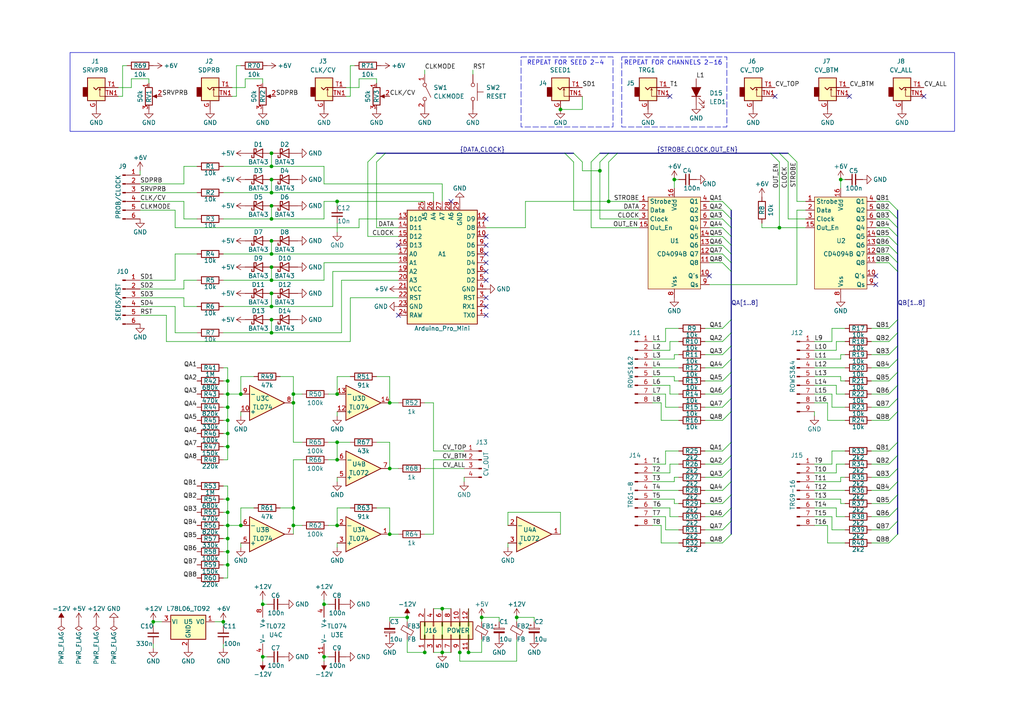
<source format=kicad_sch>
(kicad_sch (version 20230121) (generator eeschema)
  (paper "A4")
  (title_block (title "Cellular Automaton") (comment 3 "simulation with controllable probabilities for cell survival and off-grid seed cells") (comment 4 "Inspired by NonLinearCircuits Cellular Automata module, using an Arduino pro Mini based"))
  (lib_symbols
    (symbol "Amplifier_Operational:TL072" (pin_names (offset 0.127))
      (property "Reference" "U" (at 0 5.08 0))
      (property "Value" "TL072" (at 0 -5.08 0))
      (symbol "TL072_1_1"
        (pin output line (at 7.62 0 180) (length 2.54) (name "~") (number "1"))
        (pin input line (at -7.62 -2.54 0) (length 2.54) (name "-") (number "2"))
        (pin input line (at -7.62 2.54 0) (length 2.54) (name "+") (number "3"))
      )
      (symbol "TL072_2_1"
        (pin input line (at -7.62 2.54 0) (length 2.54) (name "+") (number "5"))
        (pin input line (at -7.62 -2.54 0) (length 2.54) (name "-") (number "6"))
        (pin output line (at 7.62 0 180) (length 2.54) (name "~") (number "7"))
      )
      (symbol "TL072_3_1"
        (pin power_in line (at -2.54 -7.62 90) (length 3.81) (name "V-") (number "4"))
        (pin power_in line (at -2.54 7.62 270) (length 3.81) (name "V+") (number "8"))
      )
    )
    (symbol "Amplifier_Operational:TL074" (pin_names (offset 0.127))
      (property "Reference" "U" (at 0 5.08 0))
      (property "Value" "TL074" (at 0 -5.08 0))
      (symbol "TL074_1_1"
        (pin output line (at 7.62 0 180) (length 2.54) (name "~") (number "1"))
        (pin input line (at -7.62 -2.54 0) (length 2.54) (name "-") (number "2"))
        (pin input line (at -7.62 2.54 0) (length 2.54) (name "+") (number "3"))
      )
      (symbol "TL074_2_1"
        (pin input line (at -7.62 2.54 0) (length 2.54) (name "+") (number "5"))
        (pin input line (at -7.62 -2.54 0) (length 2.54) (name "-") (number "6"))
        (pin output line (at 7.62 0 180) (length 2.54) (name "~") (number "7"))
      )
      (symbol "TL074_3_1"
        (pin input line (at -7.62 2.54 0) (length 2.54) (name "+") (number "10"))
        (pin output line (at 7.62 0 180) (length 2.54) (name "~") (number "8"))
        (pin input line (at -7.62 -2.54 0) (length 2.54) (name "-") (number "9"))
      )
      (symbol "TL074_4_1"
        (pin input line (at -7.62 2.54 0) (length 2.54) (name "+") (number "12"))
        (pin input line (at -7.62 -2.54 0) (length 2.54) (name "-") (number "13"))
        (pin output line (at 7.62 0 180) (length 2.54) (name "~") (number "14"))
      )
      (symbol "TL074_5_1"
        (pin power_in line (at -2.54 -7.62 90) (length 3.81) (name "V-") (number "11"))
        (pin power_in line (at -2.54 7.62 270) (length 3.81) (name "V+") (number "4"))
      )
    )
    (symbol "CGE_symbols:Arduino_Pro_Mini"
      (property "Reference" "A" (at -2.54 21.59 0))
      (property "Value" "Arduino_Pro_Mini" (at -8.89 20.32 0))
      (symbol "Arduino_Pro_Mini_1_1"
        (pin bidirectional line (at -12.7 15.24 0) (length 2.54) (name "TX0") (number "1"))
        (pin bidirectional line (at -12.7 -7.62 0) (length 2.54) (name "D7") (number "10"))
        (pin bidirectional line (at -12.7 -10.16 0) (length 2.54) (name "D8") (number "11"))
        (pin bidirectional line (at -12.7 -12.7 0) (length 2.54) (name "D9") (number "12"))
        (pin bidirectional line (at 12.7 -12.7 180) (length 2.54) (name "D10") (number "13"))
        (pin bidirectional line (at 12.7 -10.16 180) (length 2.54) (name "D11") (number "14"))
        (pin bidirectional line (at 12.7 -7.62 180) (length 2.54) (name "D12") (number "15"))
        (pin bidirectional line (at 12.7 -5.08 180) (length 2.54) (name "D13") (number "16"))
        (pin bidirectional line (at 12.7 -2.54 180) (length 2.54) (name "A0") (number "17"))
        (pin bidirectional line (at 12.7 0 180) (length 2.54) (name "A1") (number "18"))
        (pin bidirectional line (at 12.7 2.54 180) (length 2.54) (name "A2") (number "19"))
        (pin bidirectional line (at -12.7 12.7 0) (length 2.54) (name "RX1") (number "2"))
        (pin bidirectional line (at 12.7 5.08 180) (length 2.54) (name "A3") (number "20"))
        (pin power_in line (at 12.7 7.62 180) (length 2.54) (name "VCC") (number "21"))
        (pin input line (at 12.7 10.16 180) (length 2.54) (name "RST") (number "22"))
        (pin power_in line (at 12.7 12.7 180) (length 2.54) (name "GND") (number "23"))
        (pin power_in line (at 12.7 15.24 180) (length 2.54) (name "RAW") (number "24"))
        (pin bidirectional line (at 5.08 -17.78 90) (length 2.54) (name "A5") (number "25"))
        (pin bidirectional line (at 2.54 -17.78 90) (length 2.54) (name "A4") (number "26"))
        (pin bidirectional line (at 0 -17.78 90) (length 2.54) (name "A7") (number "27"))
        (pin bidirectional line (at -2.54 -17.78 90) (length 2.54) (name "A6") (number "28"))
        (pin power_in line (at -5.08 -17.78 90) (length 2.54) (name "GND") (number "29"))
        (pin input line (at -12.7 10.16 0) (length 2.54) (name "RST") (number "3"))
        (pin power_in line (at -12.7 7.62 0) (length 2.54) (name "GND") (number "4"))
        (pin bidirectional line (at -12.7 5.08 0) (length 2.54) (name "D2") (number "5"))
        (pin bidirectional line (at -12.7 2.54 0) (length 2.54) (name "D3") (number "6"))
        (pin bidirectional line (at -12.7 0 0) (length 2.54) (name "D4") (number "7"))
        (pin bidirectional line (at -12.7 -2.54 0) (length 2.54) (name "D5") (number "8"))
        (pin bidirectional line (at -12.7 -5.08 0) (length 2.54) (name "D6") (number "9"))
      )
    )
    (symbol "CGE_symbols:AudioJack_Ground_Switch"
      (property "Reference" "J" (at -0.762 6.35 0))
      (property "Value" "AudioJack_Ground_Switch" (at -0.762 4.318 0))
      (symbol "AudioJack_Ground_Switch_1_1"
        (pin passive line (at -1.27 -6.35 90) (length 2.54) (name "~") (number "G"))
        (pin passive line (at 5.08 0 180) (length 3.81) (name "~") (number "T1"))
        (pin passive line (at 5.08 -2.54 180) (length 3.81) (name "~") (number "TN1"))
      )
    )
    (symbol "CGE_symbols:CD4094B"
      (property "Reference" "U" (at 0 0 0))
      (property "Value" "CD4094B" (at 0 0 0))
      (symbol "CD4094B_1_1"
        (pin input line (at -10.16 12.7 0) (length 2.54) (name "Strobe") (number "1"))
        (pin output line (at 10.16 -8.89 180) (length 2.54) (name "Q's") (number "10"))
        (pin output line (at 10.16 -5.08 180) (length 2.54) (name "Q8") (number "11"))
        (pin output line (at 10.16 -2.54 180) (length 2.54) (name "Q7") (number "12"))
        (pin output line (at 10.16 0 180) (length 2.54) (name "Q6") (number "13"))
        (pin output line (at 10.16 2.54 180) (length 2.54) (name "Q5") (number "14"))
        (pin input line (at -10.16 5.08 0) (length 2.54) (name "Out_En") (number "15"))
        (pin power_in line (at 0 16.51 270) (length 2.54) (name "Vdd") (number "16"))
        (pin input line (at -10.16 10.16 0) (length 2.54) (name "Data") (number "2"))
        (pin input line (at -10.16 7.62 0) (length 2.54) (name "Clock") (number "3"))
        (pin output line (at 10.16 12.7 180) (length 2.54) (name "Q1") (number "4"))
        (pin output line (at 10.16 10.16 180) (length 2.54) (name "Q2") (number "5"))
        (pin output line (at 10.16 7.62 180) (length 2.54) (name "Q3") (number "6"))
        (pin output line (at 10.16 5.08 180) (length 2.54) (name "Q4") (number "7"))
        (pin power_in line (at 0 -15.24 90) (length 2.54) (name "Vss") (number "8"))
        (pin output line (at 10.16 -11.43 180) (length 2.54) (name "Qs") (number "9"))
      )
    )
    (symbol "Connector:Conn_01x04_Pin" (pin_names (offset 1.016) hide)
      (property "Reference" "J" (at 0 5.08 0))
      (property "Value" "Conn_01x04_Pin" (at 0 -7.62 0))
      (symbol "Conn_01x04_Pin_1_1"
        (pin passive line (at 5.08 2.54 180) (length 3.81) (name "Pin_1") (number "1"))
        (pin passive line (at 5.08 0 180) (length 3.81) (name "Pin_2") (number "2"))
        (pin passive line (at 5.08 -2.54 180) (length 3.81) (name "Pin_3") (number "3"))
        (pin passive line (at 5.08 -5.08 180) (length 3.81) (name "Pin_4") (number "4"))
      )
    )
    (symbol "Connector:Conn_01x06_Pin" (pin_names (offset 1.016) hide)
      (property "Reference" "J" (at 0 7.62 0))
      (property "Value" "Conn_01x06_Pin" (at 0 -10.16 0))
      (symbol "Conn_01x06_Pin_1_1"
        (pin passive line (at 5.08 5.08 180) (length 3.81) (name "Pin_1") (number "1"))
        (pin passive line (at 5.08 2.54 180) (length 3.81) (name "Pin_2") (number "2"))
        (pin passive line (at 5.08 0 180) (length 3.81) (name "Pin_3") (number "3"))
        (pin passive line (at 5.08 -2.54 180) (length 3.81) (name "Pin_4") (number "4"))
        (pin passive line (at 5.08 -5.08 180) (length 3.81) (name "Pin_5") (number "5"))
        (pin passive line (at 5.08 -7.62 180) (length 3.81) (name "Pin_6") (number "6"))
      )
    )
    (symbol "Connector:Conn_01x08_Pin" (pin_names (offset 1.016) hide)
      (property "Reference" "J" (at 0 10.16 0))
      (property "Value" "Conn_01x08_Pin" (at 0 -12.7 0))
      (symbol "Conn_01x08_Pin_1_1"
        (pin passive line (at 5.08 7.62 180) (length 3.81) (name "Pin_1") (number "1"))
        (pin passive line (at 5.08 5.08 180) (length 3.81) (name "Pin_2") (number "2"))
        (pin passive line (at 5.08 2.54 180) (length 3.81) (name "Pin_3") (number "3"))
        (pin passive line (at 5.08 0 180) (length 3.81) (name "Pin_4") (number "4"))
        (pin passive line (at 5.08 -2.54 180) (length 3.81) (name "Pin_5") (number "5"))
        (pin passive line (at 5.08 -5.08 180) (length 3.81) (name "Pin_6") (number "6"))
        (pin passive line (at 5.08 -7.62 180) (length 3.81) (name "Pin_7") (number "7"))
        (pin passive line (at 5.08 -10.16 180) (length 3.81) (name "Pin_8") (number "8"))
      )
    )
    (symbol "Connector:Conn_01x09_Pin" (pin_names (offset 1.016) hide)
      (property "Reference" "J" (at 0 12.7 0))
      (property "Value" "Conn_01x09_Pin" (at 0 -12.7 0))
      (symbol "Conn_01x09_Pin_1_1"
        (pin passive line (at 5.08 10.16 180) (length 3.81) (name "Pin_1") (number "1"))
        (pin passive line (at 5.08 7.62 180) (length 3.81) (name "Pin_2") (number "2"))
        (pin passive line (at 5.08 5.08 180) (length 3.81) (name "Pin_3") (number "3"))
        (pin passive line (at 5.08 2.54 180) (length 3.81) (name "Pin_4") (number "4"))
        (pin passive line (at 5.08 0 180) (length 3.81) (name "Pin_5") (number "5"))
        (pin passive line (at 5.08 -2.54 180) (length 3.81) (name "Pin_6") (number "6"))
        (pin passive line (at 5.08 -5.08 180) (length 3.81) (name "Pin_7") (number "7"))
        (pin passive line (at 5.08 -7.62 180) (length 3.81) (name "Pin_8") (number "8"))
        (pin passive line (at 5.08 -10.16 180) (length 3.81) (name "Pin_9") (number "9"))
      )
    )
    (symbol "Connector_Generic:Conn_02x06_Odd_Even" (pin_names (offset 1.016) hide)
      (property "Reference" "J" (at 1.27 7.62 0))
      (property "Value" "Conn_02x06_Odd_Even" (at 1.27 -10.16 0))
      (symbol "Conn_02x06_Odd_Even_1_1"
        (pin passive line (at -5.08 5.08 0) (length 3.81) (name "Pin_1") (number "1"))
        (pin passive line (at 7.62 -5.08 180) (length 3.81) (name "Pin_10") (number "10"))
        (pin passive line (at -5.08 -7.62 0) (length 3.81) (name "Pin_11") (number "11"))
        (pin passive line (at 7.62 -7.62 180) (length 3.81) (name "Pin_12") (number "12"))
        (pin passive line (at 7.62 5.08 180) (length 3.81) (name "Pin_2") (number "2"))
        (pin passive line (at -5.08 2.54 0) (length 3.81) (name "Pin_3") (number "3"))
        (pin passive line (at 7.62 2.54 180) (length 3.81) (name "Pin_4") (number "4"))
        (pin passive line (at -5.08 0 0) (length 3.81) (name "Pin_5") (number "5"))
        (pin passive line (at 7.62 0 180) (length 3.81) (name "Pin_6") (number "6"))
        (pin passive line (at -5.08 -2.54 0) (length 3.81) (name "Pin_7") (number "7"))
        (pin passive line (at 7.62 -2.54 180) (length 3.81) (name "Pin_8") (number "8"))
        (pin passive line (at -5.08 -5.08 0) (length 3.81) (name "Pin_9") (number "9"))
      )
    )
    (symbol "Device:C_Polarized_Small" (pin_numbers hide) (pin_names (offset 0.254) hide)
      (property "Reference" "C" (at 0.254 1.778 0))
      (property "Value" "C_Polarized_Small" (at 0.254 -2.032 0))
      (symbol "C_Polarized_Small_1_1"
        (pin passive line (at 0 2.54 270) (length 1.8542) (name "~") (number "1"))
        (pin passive line (at 0 -2.54 90) (length 1.8542) (name "~") (number "2"))
      )
    )
    (symbol "Device:C_Small" (pin_numbers hide) (pin_names (offset 0.254) hide)
      (property "Reference" "C" (at 0.254 1.778 0))
      (property "Value" "C_Small" (at 0.254 -2.032 0))
      (symbol "C_Small_1_1"
        (pin passive line (at 0 2.54 270) (length 2.032) (name "~") (number "1"))
        (pin passive line (at 0 -2.54 90) (length 2.032) (name "~") (number "2"))
      )
    )
    (symbol "Device:FerriteBead_Small" (pin_numbers hide) (pin_names (offset 0))
      (property "Reference" "FB" (at 1.905 1.27 0))
      (property "Value" "FerriteBead_Small" (at 1.905 -1.27 0))
      (symbol "FerriteBead_Small_1_1"
        (pin passive line (at 0 2.54 270) (length 1.27) (name "~") (number "1"))
        (pin passive line (at 0 -2.54 90) (length 1.27) (name "~") (number "2"))
      )
    )
    (symbol "Device:LED_Filled" (pin_numbers hide) (pin_names (offset 1.016) hide)
      (property "Reference" "D" (at 0 2.54 0))
      (property "Value" "LED_Filled" (at 0 -2.54 0))
      (symbol "LED_Filled_1_1"
        (pin passive line (at -3.81 0 0) (length 2.54) (name "K") (number "1"))
        (pin passive line (at 3.81 0 180) (length 2.54) (name "A") (number "2"))
      )
    )
    (symbol "Device:R" (pin_numbers hide) (pin_names (offset 0))
      (property "Reference" "R" (at 2.032 0 90))
      (property "Value" "R" (at 0 0 90))
      (symbol "R_1_1"
        (pin passive line (at 0 3.81 270) (length 1.27) (name "~") (number "1"))
        (pin passive line (at 0 -3.81 90) (length 1.27) (name "~") (number "2"))
      )
    )
    (symbol "Device:R_Potentiometer" (pin_names (offset 1.016) hide)
      (property "Reference" "RV" (at -4.445 0 90))
      (property "Value" "R_Potentiometer" (at -2.54 0 90))
      (symbol "R_Potentiometer_1_1"
        (pin passive line (at 0 3.81 270) (length 1.27) (name "1") (number "1"))
        (pin passive line (at 3.81 0 180) (length 1.27) (name "2") (number "2"))
        (pin passive line (at 0 -3.81 90) (length 1.27) (name "3") (number "3"))
      )
    )
    (symbol "Diode:BAT43" (pin_numbers hide) (pin_names (offset 1.016) hide)
      (property "Reference" "D" (at 0 2.54 0))
      (property "Value" "BAT43" (at 0 -2.54 0))
      (symbol "BAT43_1_1"
        (pin passive line (at -3.81 0 0) (length 2.54) (name "K") (number "1"))
        (pin passive line (at 3.81 0 180) (length 2.54) (name "A") (number "2"))
      )
    )
    (symbol "Regulator_Linear:L78L06_TO92" (pin_names (offset 0.254))
      (property "Reference" "U" (at -3.81 3.175 0))
      (property "Value" "L78L06_TO92" (at 0 3.175 0))
      (symbol "L78L06_TO92_1_1"
        (pin power_out line (at 7.62 0 180) (length 2.54) (name "VO") (number "1"))
        (pin power_in line (at 0 -7.62 90) (length 2.54) (name "GND") (number "2"))
        (pin power_in line (at -7.62 0 0) (length 2.54) (name "VI") (number "3"))
      )
    )
    (symbol "Switch:SW_Push" (pin_numbers hide) (pin_names (offset 1.016) hide)
      (property "Reference" "SW" (at 1.27 2.54 0))
      (property "Value" "SW_Push" (at 0 -1.524 0))
      (symbol "SW_Push_0_1"
        (pin passive line (at -5.08 0 0) (length 2.54) (name "1") (number "1"))
        (pin passive line (at 5.08 0 180) (length 2.54) (name "2") (number "2"))
      )
    )
    (symbol "Switch:SW_SPST" (pin_names (offset 0) hide)
      (property "Reference" "SW" (at 0 3.175 0))
      (property "Value" "SW_SPST" (at 0 -2.54 0))
      (symbol "SW_SPST_1_1"
        (pin passive line (at -5.08 0 0) (length 2.54) (name "A") (number "1"))
        (pin passive line (at 5.08 0 180) (length 2.54) (name "B") (number "2"))
      )
    )
    (symbol "power:+12V" (power) (pin_names (offset 0))
      (property "Value" "+12V" (at 0 3.556 0))
      (symbol "+12V_1_1"
        (pin power_in line (at 0 0 90) (length 0) hide (name "+12V") (number "1"))
      )
    )
    (symbol "power:+5V" (power) (pin_names (offset 0))
      (property "Value" "+5V" (at 0 3.556 0))
      (symbol "+5V_1_1"
        (pin power_in line (at 0 0 90) (length 0) hide (name "+5V") (number "1"))
      )
    )
    (symbol "power:+6V" (power) (pin_names (offset 0))
      (property "Value" "+6V" (at 0 3.556 0))
      (symbol "+6V_1_1"
        (pin power_in line (at 0 0 90) (length 0) hide (name "+6V") (number "1"))
      )
    )
    (symbol "power:-12V" (power) (pin_names (offset 0))
      (property "Value" "-12V" (at 0 3.81 0))
      (symbol "-12V_0_0"
        (pin power_in line (at 0 0 90) (length 0) hide (name "-12V") (number "1"))
      )
    )
    (symbol "power:GND" (power) (pin_names (offset 0))
      (property "Value" "GND" (at 0 -3.81 0))
      (symbol "GND_1_1"
        (pin power_in line (at 0 0 270) (length 0) hide (name "GND") (number "1"))
      )
    )
    (symbol "power:PWR_FLAG" (power) (pin_numbers hide) (pin_names (offset 0) hide)
      (property "Value" "PWR_FLAG" (at 0 3.81 0))
      (symbol "PWR_FLAG_0_0"
        (pin power_out line (at 0 0 90) (length 0) (name "pwr") (number "1"))
      )
    )
  )
  (junction (at 78.74 77.47))
  (junction (at 69.85 114.3))
  (junction (at 78.74 44.45))
  (junction (at 78.74 52.07))
  (junction (at 66.04 152.4))
  (junction (at 195.58 52.07))
  (junction (at 97.79 152.4))
  (junction (at 78.74 92.71))
  (junction (at 66.04 148.59))
  (junction (at 243.84 52.07))
  (junction (at 78.74 96.52))
  (junction (at 128.27 176.53))
  (junction (at 76.2 190.5))
  (junction (at 66.04 114.3))
  (junction (at 78.74 63.5))
  (junction (at 78.74 73.66))
  (junction (at 66.04 110.49))
  (junction (at 128.27 189.23))
  (junction (at 78.74 85.09))
  (junction (at 66.04 118.11))
  (junction (at 93.98 175.26))
  (junction (at 66.04 160.02))
  (junction (at 76.2 175.26))
  (junction (at 173.99 49.53))
  (junction (at 85.09 116.84))
  (junction (at 97.79 133.35))
  (junction (at 44.45 180.34))
  (junction (at 85.09 152.4))
  (junction (at 66.04 163.83))
  (junction (at 66.04 156.21))
  (junction (at 85.09 147.32))
  (junction (at 66.04 121.92))
  (junction (at 85.09 114.3))
  (junction (at 78.74 88.9))
  (junction (at 133.35 189.23))
  (junction (at 123.19 189.23))
  (junction (at 66.04 144.78))
  (junction (at 93.98 190.5))
  (junction (at 97.79 58.42))
  (junction (at 78.74 69.85))
  (junction (at 135.89 189.23))
  (junction (at 113.03 154.94))
  (junction (at 66.04 125.73))
  (junction (at 66.04 129.54))
  (junction (at 162.56 31.75))
  (junction (at 118.11 179.07))
  (junction (at 149.86 179.07))
  (junction (at 139.7 179.07))
  (junction (at 69.85 152.4))
  (junction (at 113.03 135.89))
  (junction (at 78.74 48.26))
  (junction (at 78.74 81.28))
  (junction (at 113.03 116.84))
  (junction (at 176.53 58.42))
  (junction (at 78.74 59.69))
  (junction (at 226.06 66.04))
  (junction (at 97.79 128.27))
  (junction (at 78.74 55.88))
  (junction (at 97.79 114.3))
  (junction (at 64.77 180.34))
  (no_connect (at 194.31 27.94))
  (no_connect (at 140.97 78.74))
  (no_connect (at 115.57 71.12))
  (no_connect (at 246.38 27.94))
  (no_connect (at 130.81 58.42))
  (no_connect (at 140.97 71.12))
  (no_connect (at 115.57 91.44))
  (no_connect (at 254 80.01))
  (no_connect (at 267.97 27.94))
  (no_connect (at 254 82.55))
  (no_connect (at 140.97 88.9))
  (no_connect (at 140.97 76.2))
  (no_connect (at 140.97 86.36))
  (no_connect (at 140.97 91.44))
  (no_connect (at 140.97 73.66))
  (no_connect (at 205.74 80.01))
  (no_connect (at 140.97 68.58))
  (no_connect (at 140.97 63.5))
  (no_connect (at 224.79 27.94))
  (no_connect (at 140.97 81.28))
  (bus_entry (at 226.06 44.45) (size 2.54 2.54))
  (bus_entry (at 212.09 139.7) (size -2.54 2.54))
  (bus_entry (at 209.55 71.12) (size 2.54 2.54))
  (bus_entry (at 106.68 46.99) (size 2.54 -2.54))
  (bus_entry (at 260.35 139.7) (size -2.54 2.54))
  (bus_entry (at 212.09 135.89) (size -2.54 2.54))
  (bus_entry (at 209.55 63.5) (size 2.54 2.54))
  (bus_entry (at 212.09 154.94) (size -2.54 2.54))
  (bus_entry (at 257.81 76.2) (size 2.54 2.54))
  (bus_entry (at 257.81 66.04) (size 2.54 2.54))
  (bus_entry (at 212.09 128.27) (size -2.54 2.54))
  (bus_entry (at 260.35 60.96) (size -2.54 -2.54))
  (bus_entry (at 209.55 73.66) (size 2.54 2.54))
  (bus_entry (at 109.22 46.99) (size 2.54 -2.54))
  (bus_entry (at 209.55 68.58) (size 2.54 2.54))
  (bus_entry (at 173.99 44.45) (size -2.54 2.54))
  (bus_entry (at 260.35 135.89) (size -2.54 2.54))
  (bus_entry (at 260.35 104.14) (size -2.54 2.54))
  (bus_entry (at 260.35 100.33) (size -2.54 2.54))
  (bus_entry (at 212.09 119.38) (size -2.54 2.54))
  (bus_entry (at 176.53 44.45) (size -2.54 2.54))
  (bus_entry (at 212.09 96.52) (size -2.54 2.54))
  (bus_entry (at 212.09 115.57) (size -2.54 2.54))
  (bus_entry (at 212.09 111.76) (size -2.54 2.54))
  (bus_entry (at 209.55 76.2) (size 2.54 2.54))
  (bus_entry (at 212.09 147.32) (size -2.54 2.54))
  (bus_entry (at 209.55 60.96) (size 2.54 2.54))
  (bus_entry (at 257.81 73.66) (size 2.54 2.54))
  (bus_entry (at 209.55 58.42) (size 2.54 2.54))
  (bus_entry (at 212.09 92.71) (size -2.54 2.54))
  (bus_entry (at 212.09 100.33) (size -2.54 2.54))
  (bus_entry (at 257.81 63.5) (size 2.54 2.54))
  (bus_entry (at 260.35 154.94) (size -2.54 2.54))
  (bus_entry (at 260.35 92.71) (size -2.54 2.54))
  (bus_entry (at 257.81 121.92) (size 2.54 -2.54))
  (bus_entry (at 228.6 44.45) (size 2.54 2.54))
  (bus_entry (at 260.35 151.13) (size -2.54 2.54))
  (bus_entry (at 260.35 143.51) (size -2.54 2.54))
  (bus_entry (at 257.81 60.96) (size 2.54 2.54))
  (bus_entry (at 260.35 128.27) (size -2.54 2.54))
  (bus_entry (at 260.35 96.52) (size -2.54 2.54))
  (bus_entry (at 223.52 44.45) (size 2.54 2.54))
  (bus_entry (at 257.81 68.58) (size 2.54 2.54))
  (bus_entry (at 257.81 110.49) (size 2.54 -2.54))
  (bus_entry (at 257.81 114.3) (size 2.54 -2.54))
  (bus_entry (at 179.07 44.45) (size -2.54 2.54))
  (bus_entry (at 212.09 132.08) (size -2.54 2.54))
  (bus_entry (at 260.35 132.08) (size -2.54 2.54))
  (bus_entry (at 212.09 151.13) (size -2.54 2.54))
  (bus_entry (at 260.35 147.32) (size -2.54 2.54))
  (bus_entry (at 212.09 104.14) (size -2.54 2.54))
  (bus_entry (at 166.37 46.99) (size -2.54 -2.54))
  (bus_entry (at 212.09 143.51) (size -2.54 2.54))
  (bus_entry (at 212.09 107.95) (size -2.54 2.54))
  (bus_entry (at 257.81 118.11) (size 2.54 -2.54))
  (bus_entry (at 168.91 46.99) (size -2.54 -2.54))
  (bus_entry (at 257.81 71.12) (size 2.54 2.54))
  (bus_entry (at 209.55 66.04) (size 2.54 2.54))
  (bus (pts (xy 212.09 151.13) (xy 212.09 147.32)))
  (wire (pts (xy 236.22 149.86) (xy 241.3 149.86)))
  (wire (pts (xy 193.04 134.62) (xy 193.04 130.81)))
  (wire (pts (xy 71.12 22.86) (xy 76.2 22.86)))
  (bus (pts (xy 109.22 44.45) (xy 111.76 44.45)))
  (wire (pts (xy 254 60.96) (xy 257.81 60.96)))
  (wire (pts (xy 78.74 48.26) (xy 93.98 48.26)))
  (wire (pts (xy 254 66.04) (xy 257.81 66.04)))
  (bus (pts (xy 260.35 147.32) (xy 260.35 143.51)))
  (wire (pts (xy 85.09 147.32) (xy 85.09 152.4)))
  (wire (pts (xy 189.23 109.22) (xy 195.58 109.22)))
  (wire (pts (xy 50.8 60.96) (xy 40.64 60.96)))
  (wire (pts (xy 109.22 22.86) (xy 109.22 24.13)))
  (wire (pts (xy 245.11 106.68) (xy 236.22 106.68)))
  (bus (pts (xy 111.76 44.45) (xy 163.83 44.45)))
  (wire (pts (xy 193.04 130.81) (xy 196.85 130.81)))
  (wire (pts (xy 64.77 48.26) (xy 78.74 48.26)))
  (wire (pts (xy 78.74 96.52) (xy 78.74 92.71)))
  (wire (pts (xy 87.63 133.35) (xy 85.09 133.35)))
  (wire (pts (xy 242.57 114.3) (xy 245.11 114.3)))
  (wire (pts (xy 85.09 114.3) (xy 87.63 114.3)))
  (wire (pts (xy 243.84 104.14) (xy 236.22 104.14)))
  (wire (pts (xy 196.85 138.43) (xy 195.58 138.43)))
  (wire (pts (xy 78.74 73.66) (xy 115.57 73.66)))
  (wire (pts (xy 242.57 137.16) (xy 242.57 134.62)))
  (wire (pts (xy 209.55 146.05) (xy 204.47 146.05)))
  (wire (pts (xy 113.03 116.84) (xy 113.03 109.22)))
  (bus (pts (xy 212.09 135.89) (xy 212.09 132.08)))
  (wire (pts (xy 66.04 118.11) (xy 66.04 121.92)))
  (bus (pts (xy 176.53 44.45) (xy 179.07 44.45)))
  (bus (pts (xy 212.09 107.95) (xy 212.09 111.76)))
  (wire (pts (xy 53.34 86.36) (xy 53.34 88.9)))
  (wire (pts (xy 85.09 154.94) (xy 85.09 152.4)))
  (wire (pts (xy 101.6 128.27) (xy 97.79 128.27)))
  (wire (pts (xy 236.22 147.32) (xy 242.57 147.32)))
  (bus (pts (xy 212.09 119.38) (xy 212.09 128.27)))
  (bus (pts (xy 260.35 63.5) (xy 260.35 66.04)))
  (wire (pts (xy 189.23 147.32) (xy 194.31 147.32)))
  (bus (pts (xy 260.35 143.51) (xy 260.35 139.7)))
  (wire (pts (xy 118.11 179.07) (xy 113.03 179.07)))
  (wire (pts (xy 125.73 176.53) (xy 128.27 176.53)))
  (wire (pts (xy 123.19 20.32) (xy 123.19 21.59)))
  (bus (pts (xy 212.09 147.32) (xy 212.09 143.51)))
  (wire (pts (xy 101.6 86.36) (xy 115.57 86.36)))
  (wire (pts (xy 139.7 179.07) (xy 144.78 179.07)))
  (wire (pts (xy 231.14 82.55) (xy 231.14 60.96)))
  (wire (pts (xy 194.31 101.6) (xy 194.31 99.06)))
  (wire (pts (xy 62.23 180.34) (xy 64.77 180.34)))
  (wire (pts (xy 85.09 114.3) (xy 85.09 109.22)))
  (wire (pts (xy 134.62 139.7) (xy 134.62 138.43)))
  (wire (pts (xy 204.47 95.25) (xy 209.55 95.25)))
  (wire (pts (xy 231.14 60.96) (xy 233.68 60.96)))
  (wire (pts (xy 64.77 133.35) (xy 66.04 133.35)))
  (bus (pts (xy 260.35 132.08) (xy 260.35 128.27)))
  (wire (pts (xy 257.81 99.06) (xy 252.73 99.06)))
  (wire (pts (xy 173.99 49.53) (xy 173.99 63.5)))
  (wire (pts (xy 196.85 99.06) (xy 194.31 99.06)))
  (wire (pts (xy 194.31 147.32) (xy 194.31 149.86)))
  (wire (pts (xy 85.09 128.27) (xy 87.63 128.27)))
  (wire (pts (xy 242.57 111.76) (xy 236.22 111.76)))
  (wire (pts (xy 64.77 88.9) (xy 78.74 88.9)))
  (wire (pts (xy 64.77 144.78) (xy 66.04 144.78)))
  (wire (pts (xy 97.79 128.27) (xy 97.79 133.35)))
  (wire (pts (xy 100.33 25.4) (xy 104.14 25.4)))
  (wire (pts (xy 139.7 189.23) (xy 135.89 189.23)))
  (wire (pts (xy 166.37 60.96) (xy 185.42 60.96)))
  (wire (pts (xy 95.25 152.4) (xy 97.79 152.4)))
  (wire (pts (xy 101.6 86.36) (xy 101.6 99.06)))
  (bus (pts (xy 223.52 44.45) (xy 226.06 44.45)))
  (wire (pts (xy 66.04 125.73) (xy 66.04 129.54)))
  (wire (pts (xy 189.23 104.14) (xy 195.58 104.14)))
  (wire (pts (xy 40.64 55.88) (xy 57.15 55.88)))
  (wire (pts (xy 193.04 149.86) (xy 193.04 153.67)))
  (wire (pts (xy 50.8 88.9) (xy 50.8 96.52)))
  (wire (pts (xy 43.18 22.86) (xy 43.18 24.13)))
  (wire (pts (xy 252.73 102.87) (xy 257.81 102.87)))
  (wire (pts (xy 78.74 48.26) (xy 78.74 44.45)))
  (wire (pts (xy 242.57 99.06) (xy 245.11 99.06)))
  (wire (pts (xy 67.31 25.4) (xy 71.12 25.4)))
  (wire (pts (xy 125.73 133.35) (xy 134.62 133.35)))
  (wire (pts (xy 40.64 58.42) (xy 53.34 58.42)))
  (wire (pts (xy 64.77 163.83) (xy 66.04 163.83)))
  (wire (pts (xy 209.55 138.43) (xy 204.47 138.43)))
  (bus (pts (xy 212.09 60.96) (xy 212.09 63.5)))
  (wire (pts (xy 48.26 99.06) (xy 48.26 91.44)))
  (wire (pts (xy 64.77 152.4) (xy 66.04 152.4)))
  (wire (pts (xy 194.31 101.6) (xy 189.23 101.6)))
  (bus (pts (xy 163.83 44.45) (xy 166.37 44.45)))
  (wire (pts (xy 205.74 66.04) (xy 209.55 66.04)))
  (wire (pts (xy 194.31 111.76) (xy 194.31 114.3)))
  (wire (pts (xy 236.22 116.84) (xy 240.03 116.84)))
  (wire (pts (xy 36.83 19.05) (xy 35.56 19.05)))
  (wire (pts (xy 64.77 160.02) (xy 66.04 160.02)))
  (wire (pts (xy 135.89 176.53) (xy 135.89 189.23)))
  (wire (pts (xy 196.85 110.49) (xy 195.58 110.49)))
  (wire (pts (xy 147.32 158.75) (xy 147.32 157.48)))
  (wire (pts (xy 93.98 173.99) (xy 93.98 175.26)))
  (wire (pts (xy 64.77 140.97) (xy 66.04 140.97)))
  (wire (pts (xy 64.77 148.59) (xy 66.04 148.59)))
  (wire (pts (xy 64.77 81.28) (xy 78.74 81.28)))
  (wire (pts (xy 64.77 129.54) (xy 66.04 129.54)))
  (wire (pts (xy 236.22 139.7) (xy 243.84 139.7)))
  (wire (pts (xy 189.23 144.78) (xy 195.58 144.78)))
  (wire (pts (xy 78.74 77.47) (xy 78.74 81.28)))
  (bus (pts (xy 260.35 115.57) (xy 260.35 111.76)))
  (bus (pts (xy 260.35 119.38) (xy 260.35 115.57)))
  (wire (pts (xy 95.25 114.3) (xy 97.79 114.3)))
  (wire (pts (xy 189.23 111.76) (xy 194.31 111.76)))
  (wire (pts (xy 64.77 167.64) (xy 66.04 167.64)))
  (wire (pts (xy 64.77 125.73) (xy 66.04 125.73)))
  (wire (pts (xy 245.11 153.67) (xy 241.3 153.67)))
  (wire (pts (xy 125.73 189.23) (xy 128.27 189.23)))
  (wire (pts (xy 50.8 73.66) (xy 57.15 73.66)))
  (wire (pts (xy 243.84 110.49) (xy 245.11 110.49)))
  (wire (pts (xy 149.86 180.34) (xy 149.86 179.07)))
  (wire (pts (xy 231.14 58.42) (xy 233.68 58.42)))
  (wire (pts (xy 40.64 86.36) (xy 53.34 86.36)))
  (wire (pts (xy 118.11 180.34) (xy 118.11 179.07)))
  (wire (pts (xy 137.16 20.32) (xy 137.16 21.59)))
  (wire (pts (xy 193.04 99.06) (xy 193.04 95.25)))
  (wire (pts (xy 113.03 128.27) (xy 109.22 128.27)))
  (wire (pts (xy 257.81 134.62) (xy 252.73 134.62)))
  (wire (pts (xy 113.03 116.84) (xy 115.57 116.84)))
  (bus (pts (xy 212.09 96.52) (xy 212.09 100.33)))
  (wire (pts (xy 40.64 83.82) (xy 53.34 83.82)))
  (wire (pts (xy 195.58 52.07) (xy 195.58 54.61)))
  (wire (pts (xy 104.14 66.04) (xy 104.14 63.5)))
  (wire (pts (xy 241.3 134.62) (xy 236.22 134.62)))
  (wire (pts (xy 81.28 147.32) (xy 85.09 147.32)))
  (wire (pts (xy 241.3 114.3) (xy 241.3 118.11)))
  (bus (pts (xy 260.35 104.14) (xy 260.35 100.33)))
  (wire (pts (xy 149.86 185.42) (xy 149.86 191.77)))
  (wire (pts (xy 64.77 186.69) (xy 64.77 187.96)))
  (bus (pts (xy 212.09 139.7) (xy 212.09 135.89)))
  (wire (pts (xy 76.2 175.26) (xy 77.47 175.26)))
  (wire (pts (xy 118.11 185.42) (xy 118.11 189.23)))
  (wire (pts (xy 171.45 66.04) (xy 185.42 66.04)))
  (wire (pts (xy 53.34 58.42) (xy 53.34 63.5)))
  (wire (pts (xy 240.03 152.4) (xy 236.22 152.4)))
  (wire (pts (xy 254 71.12) (xy 257.81 71.12)))
  (wire (pts (xy 99.06 81.28) (xy 115.57 81.28)))
  (wire (pts (xy 93.98 81.28) (xy 93.98 76.2)))
  (wire (pts (xy 78.74 63.5) (xy 93.98 63.5)))
  (wire (pts (xy 168.91 46.99) (xy 168.91 49.53)))
  (bus (pts (xy 212.09 73.66) (xy 212.09 76.2)))
  (wire (pts (xy 64.77 73.66) (xy 78.74 73.66)))
  (wire (pts (xy 245.11 121.92) (xy 240.03 121.92)))
  (wire (pts (xy 257.81 95.25) (xy 252.73 95.25)))
  (wire (pts (xy 149.86 191.77) (xy 133.35 191.77)))
  (wire (pts (xy 64.77 63.5) (xy 78.74 63.5)))
  (wire (pts (xy 252.73 106.68) (xy 257.81 106.68)))
  (wire (pts (xy 53.34 53.34) (xy 40.64 53.34)))
  (wire (pts (xy 171.45 46.99) (xy 171.45 66.04)))
  (wire (pts (xy 257.81 146.05) (xy 252.73 146.05)))
  (wire (pts (xy 245.11 157.48) (xy 240.03 157.48)))
  (wire (pts (xy 76.2 22.86) (xy 76.2 24.13)))
  (wire (pts (xy 257.81 130.81) (xy 252.73 130.81)))
  (wire (pts (xy 241.3 149.86) (xy 241.3 153.67)))
  (wire (pts (xy 66.04 121.92) (xy 66.04 125.73)))
  (wire (pts (xy 209.55 153.67) (xy 204.47 153.67)))
  (wire (pts (xy 44.45 180.34) (xy 44.45 181.61)))
  (wire (pts (xy 123.19 176.53) (xy 123.19 189.23)))
  (wire (pts (xy 245.11 146.05) (xy 243.84 146.05)))
  (wire (pts (xy 50.8 66.04) (xy 50.8 60.96)))
  (wire (pts (xy 196.85 134.62) (xy 194.31 134.62)))
  (wire (pts (xy 236.22 120.65) (xy 236.22 119.38)))
  (wire (pts (xy 245.11 138.43) (xy 243.84 138.43)))
  (wire (pts (xy 104.14 25.4) (xy 104.14 22.86)))
  (wire (pts (xy 242.57 111.76) (xy 242.57 114.3)))
  (wire (pts (xy 125.73 55.88) (xy 125.73 58.42)))
  (bus (pts (xy 212.09 100.33) (xy 212.09 104.14)))
  (wire (pts (xy 106.68 68.58) (xy 106.68 46.99)))
  (wire (pts (xy 242.57 147.32) (xy 242.57 149.86)))
  (wire (pts (xy 106.68 68.58) (xy 115.57 68.58)))
  (wire (pts (xy 204.47 121.92) (xy 209.55 121.92)))
  (wire (pts (xy 191.77 121.92) (xy 196.85 121.92)))
  (wire (pts (xy 113.03 154.94) (xy 115.57 154.94)))
  (wire (pts (xy 236.22 114.3) (xy 241.3 114.3)))
  (wire (pts (xy 257.81 142.24) (xy 252.73 142.24)))
  (wire (pts (xy 147.32 148.59) (xy 147.32 152.4)))
  (bus (pts (xy 260.35 60.96) (xy 260.35 63.5)))
  (wire (pts (xy 162.56 154.94) (xy 162.56 148.59)))
  (wire (pts (xy 64.77 106.68) (xy 66.04 106.68)))
  (wire (pts (xy 243.84 104.14) (xy 243.84 102.87)))
  (wire (pts (xy 236.22 137.16) (xy 242.57 137.16)))
  (wire (pts (xy 191.77 152.4) (xy 191.77 157.48)))
  (bus (pts (xy 260.35 111.76) (xy 260.35 107.95)))
  (wire (pts (xy 196.85 114.3) (xy 194.31 114.3)))
  (wire (pts (xy 66.04 114.3) (xy 66.04 118.11)))
  (wire (pts (xy 209.55 102.87) (xy 204.47 102.87)))
  (wire (pts (xy 66.04 114.3) (xy 69.85 114.3)))
  (wire (pts (xy 128.27 176.53) (xy 128.27 189.23)))
  (wire (pts (xy 53.34 81.28) (xy 57.15 81.28)))
  (wire (pts (xy 128.27 176.53) (xy 130.81 176.53)))
  (wire (pts (xy 34.29 27.94) (xy 35.56 27.94)))
  (bus (pts (xy 226.06 44.45) (xy 228.6 44.45)))
  (wire (pts (xy 109.22 66.04) (xy 109.22 46.99)))
  (wire (pts (xy 113.03 179.07) (xy 113.03 180.34)))
  (wire (pts (xy 101.6 147.32) (xy 97.79 147.32)))
  (wire (pts (xy 50.8 96.52) (xy 57.15 96.52)))
  (wire (pts (xy 125.73 130.81) (xy 125.73 116.84)))
  (wire (pts (xy 191.77 116.84) (xy 189.23 116.84)))
  (bus (pts (xy 260.35 66.04) (xy 260.35 68.58)))
  (bus (pts (xy 179.07 44.45) (xy 223.52 44.45)))
  (wire (pts (xy 69.85 147.32) (xy 69.85 152.4)))
  (wire (pts (xy 254 68.58) (xy 257.81 68.58)))
  (wire (pts (xy 191.77 157.48) (xy 196.85 157.48)))
  (wire (pts (xy 245.11 142.24) (xy 236.22 142.24)))
  (wire (pts (xy 69.85 19.05) (xy 68.58 19.05)))
  (wire (pts (xy 96.52 78.74) (xy 115.57 78.74)))
  (wire (pts (xy 97.79 58.42) (xy 123.19 58.42)))
  (wire (pts (xy 96.52 78.74) (xy 96.52 88.9)))
  (wire (pts (xy 195.58 139.7) (xy 195.58 138.43)))
  (wire (pts (xy 78.74 69.85) (xy 78.74 73.66)))
  (wire (pts (xy 220.98 66.04) (xy 226.06 66.04)))
  (wire (pts (xy 64.77 180.34) (xy 64.77 181.61)))
  (wire (pts (xy 44.45 180.34) (xy 46.99 180.34)))
  (wire (pts (xy 209.55 118.11) (xy 204.47 118.11)))
  (wire (pts (xy 35.56 19.05) (xy 35.56 27.94)))
  (bus (pts (xy 260.35 71.12) (xy 260.35 73.66)))
  (wire (pts (xy 85.09 116.84) (xy 85.09 114.3)))
  (wire (pts (xy 76.2 190.5) (xy 77.47 190.5)))
  (wire (pts (xy 128.27 189.23) (xy 130.81 189.23)))
  (wire (pts (xy 93.98 58.42) (xy 97.79 58.42)))
  (wire (pts (xy 195.58 109.22) (xy 195.58 110.49)))
  (wire (pts (xy 100.33 27.94) (xy 101.6 27.94)))
  (wire (pts (xy 64.77 96.52) (xy 78.74 96.52)))
  (wire (pts (xy 243.84 144.78) (xy 243.84 146.05)))
  (wire (pts (xy 93.98 76.2) (xy 115.57 76.2)))
  (wire (pts (xy 66.04 106.68) (xy 66.04 110.49)))
  (wire (pts (xy 194.31 137.16) (xy 189.23 137.16)))
  (wire (pts (xy 243.84 102.87) (xy 245.11 102.87)))
  (wire (pts (xy 93.98 81.28) (xy 78.74 81.28)))
  (wire (pts (xy 193.04 114.3) (xy 193.04 118.11)))
  (bus (pts (xy 260.35 151.13) (xy 260.35 147.32)))
  (wire (pts (xy 40.64 49.53) (xy 40.64 50.8)))
  (wire (pts (xy 53.34 48.26) (xy 57.15 48.26)))
  (wire (pts (xy 242.57 101.6) (xy 236.22 101.6)))
  (wire (pts (xy 71.12 25.4) (xy 71.12 22.86)))
  (bus (pts (xy 212.09 76.2) (xy 212.09 78.74)))
  (wire (pts (xy 97.79 158.75) (xy 97.79 157.48)))
  (wire (pts (xy 241.3 95.25) (xy 245.11 95.25)))
  (wire (pts (xy 69.85 109.22) (xy 69.85 114.3)))
  (wire (pts (xy 196.85 102.87) (xy 195.58 102.87)))
  (bus (pts (xy 212.09 132.08) (xy 212.09 128.27)))
  (wire (pts (xy 231.14 46.99) (xy 231.14 58.42)))
  (wire (pts (xy 196.85 146.05) (xy 195.58 146.05)))
  (wire (pts (xy 196.85 142.24) (xy 189.23 142.24)))
  (bus (pts (xy 260.35 135.89) (xy 260.35 132.08)))
  (wire (pts (xy 48.26 91.44) (xy 40.64 91.44)))
  (wire (pts (xy 257.81 149.86) (xy 252.73 149.86)))
  (wire (pts (xy 209.55 99.06) (xy 204.47 99.06)))
  (wire (pts (xy 236.22 144.78) (xy 243.84 144.78)))
  (wire (pts (xy 64.77 118.11) (xy 66.04 118.11)))
  (wire (pts (xy 209.55 157.48) (xy 204.47 157.48)))
  (wire (pts (xy 34.29 25.4) (xy 38.1 25.4)))
  (wire (pts (xy 257.81 138.43) (xy 252.73 138.43)))
  (wire (pts (xy 209.55 130.81) (xy 204.47 130.81)))
  (wire (pts (xy 95.25 128.27) (xy 97.79 128.27)))
  (wire (pts (xy 254 76.2) (xy 257.81 76.2)))
  (wire (pts (xy 193.04 134.62) (xy 189.23 134.62)))
  (wire (pts (xy 38.1 25.4) (xy 38.1 22.86)))
  (wire (pts (xy 66.04 152.4) (xy 66.04 156.21)))
  (bus (pts (xy 212.09 78.74) (xy 212.09 92.71)))
  (wire (pts (xy 128.27 53.34) (xy 93.98 53.34)))
  (wire (pts (xy 64.77 114.3) (xy 66.04 114.3)))
  (wire (pts (xy 66.04 148.59) (xy 66.04 152.4)))
  (wire (pts (xy 85.09 152.4) (xy 87.63 152.4)))
  (bus (pts (xy 212.09 63.5) (xy 212.09 66.04)))
  (wire (pts (xy 209.55 110.49) (xy 204.47 110.49)))
  (wire (pts (xy 53.34 48.26) (xy 53.34 53.34)))
  (wire (pts (xy 252.73 118.11) (xy 257.81 118.11)))
  (bus (pts (xy 260.35 154.94) (xy 260.35 151.13)))
  (wire (pts (xy 81.28 109.22) (xy 85.09 109.22)))
  (wire (pts (xy 118.11 189.23) (xy 123.19 189.23)))
  (wire (pts (xy 113.03 154.94) (xy 113.03 147.32)))
  (wire (pts (xy 195.58 144.78) (xy 195.58 146.05)))
  (bus (pts (xy 212.09 104.14) (xy 212.09 107.95)))
  (wire (pts (xy 220.98 64.77) (xy 220.98 66.04)))
  (wire (pts (xy 245.11 52.07) (xy 243.84 52.07)))
  (wire (pts (xy 191.77 152.4) (xy 189.23 152.4)))
  (bus (pts (xy 212.09 66.04) (xy 212.09 68.58)))
  (wire (pts (xy 205.74 68.58) (xy 209.55 68.58)))
  (wire (pts (xy 209.55 58.42) (xy 205.74 58.42)))
  (wire (pts (xy 196.85 106.68) (xy 189.23 106.68)))
  (wire (pts (xy 241.3 130.81) (xy 245.11 130.81)))
  (wire (pts (xy 243.84 109.22) (xy 236.22 109.22)))
  (wire (pts (xy 243.84 52.07) (xy 243.84 54.61)))
  (bus (pts (xy 260.35 92.71) (xy 260.35 96.52)))
  (wire (pts (xy 93.98 175.26) (xy 95.25 175.26)))
  (wire (pts (xy 242.57 101.6) (xy 242.57 99.06)))
  (wire (pts (xy 193.04 95.25) (xy 196.85 95.25)))
  (wire (pts (xy 85.09 133.35) (xy 85.09 147.32)))
  (wire (pts (xy 139.7 180.34) (xy 139.7 179.07)))
  (wire (pts (xy 48.26 99.06) (xy 101.6 99.06)))
  (wire (pts (xy 113.03 147.32) (xy 109.22 147.32)))
  (wire (pts (xy 205.74 73.66) (xy 209.55 73.66)))
  (wire (pts (xy 125.73 133.35) (xy 125.73 154.94)))
  (bus (pts (xy 212.09 115.57) (xy 212.09 119.38)))
  (wire (pts (xy 257.81 114.3) (xy 252.73 114.3)))
  (wire (pts (xy 189.23 139.7) (xy 195.58 139.7)))
  (wire (pts (xy 196.85 118.11) (xy 193.04 118.11)))
  (wire (pts (xy 66.04 129.54) (xy 66.04 133.35)))
  (wire (pts (xy 154.94 179.07) (xy 154.94 180.34)))
  (wire (pts (xy 196.85 52.07) (xy 195.58 52.07)))
  (bus (pts (xy 260.35 73.66) (xy 260.35 76.2)))
  (wire (pts (xy 67.31 27.94) (xy 68.58 27.94)))
  (wire (pts (xy 93.98 53.34) (xy 93.98 48.26)))
  (bus (pts (xy 212.09 154.94) (xy 212.09 151.13)))
  (wire (pts (xy 53.34 63.5) (xy 57.15 63.5)))
  (wire (pts (xy 166.37 46.99) (xy 166.37 60.96)))
  (bus (pts (xy 260.35 100.33) (xy 260.35 96.52)))
  (wire (pts (xy 66.04 144.78) (xy 66.04 148.59)))
  (wire (pts (xy 205.74 60.96) (xy 209.55 60.96)))
  (wire (pts (xy 102.87 19.05) (xy 101.6 19.05)))
  (wire (pts (xy 40.64 81.28) (xy 50.8 81.28)))
  (wire (pts (xy 176.53 58.42) (xy 185.42 58.42)))
  (wire (pts (xy 97.79 147.32) (xy 97.79 152.4)))
  (wire (pts (xy 144.78 179.07) (xy 144.78 180.34)))
  (wire (pts (xy 78.74 63.5) (xy 78.74 59.69)))
  (wire (pts (xy 245.11 149.86) (xy 242.57 149.86)))
  (wire (pts (xy 78.74 55.88) (xy 125.73 55.88)))
  (wire (pts (xy 64.77 110.49) (xy 66.04 110.49)))
  (wire (pts (xy 64.77 121.92) (xy 66.04 121.92)))
  (wire (pts (xy 99.06 81.28) (xy 99.06 96.52)))
  (wire (pts (xy 53.34 88.9) (xy 57.15 88.9)))
  (wire (pts (xy 257.81 157.48) (xy 252.73 157.48)))
  (wire (pts (xy 123.19 116.84) (xy 125.73 116.84)))
  (bus (pts (xy 212.09 111.76) (xy 212.09 115.57)))
  (wire (pts (xy 257.81 121.92) (xy 252.73 121.92)))
  (wire (pts (xy 93.98 58.42) (xy 93.98 63.5)))
  (wire (pts (xy 69.85 158.75) (xy 69.85 157.48)))
  (wire (pts (xy 76.2 191.77) (xy 76.2 190.5)))
  (wire (pts (xy 133.35 176.53) (xy 133.35 189.23)))
  (wire (pts (xy 149.86 179.07) (xy 154.94 179.07)))
  (wire (pts (xy 173.99 63.5) (xy 185.42 63.5)))
  (wire (pts (xy 101.6 19.05) (xy 101.6 27.94)))
  (wire (pts (xy 209.55 106.68) (xy 204.47 106.68)))
  (wire (pts (xy 104.14 22.86) (xy 109.22 22.86)))
  (wire (pts (xy 97.79 109.22) (xy 97.79 114.3)))
  (wire (pts (xy 40.64 88.9) (xy 50.8 88.9)))
  (wire (pts (xy 191.77 116.84) (xy 191.77 121.92)))
  (wire (pts (xy 78.74 55.88) (xy 78.74 52.07)))
  (wire (pts (xy 257.81 153.67) (xy 252.73 153.67)))
  (wire (pts (xy 38.1 22.86) (xy 43.18 22.86)))
  (wire (pts (xy 228.6 46.99) (xy 228.6 63.5)))
  (wire (pts (xy 241.3 99.06) (xy 241.3 95.25)))
  (wire (pts (xy 93.98 190.5) (xy 95.25 190.5)))
  (wire (pts (xy 139.7 185.42) (xy 139.7 189.23)))
  (wire (pts (xy 50.8 81.28) (xy 50.8 73.66)))
  (wire (pts (xy 66.04 110.49) (xy 66.04 114.3)))
  (wire (pts (xy 66.04 156.21) (xy 66.04 160.02)))
  (wire (pts (xy 243.84 139.7) (xy 243.84 138.43)))
  (wire (pts (xy 97.79 59.69) (xy 97.79 58.42)))
  (wire (pts (xy 104.14 63.5) (xy 115.57 63.5)))
  (wire (pts (xy 254 63.5) (xy 257.81 63.5)))
  (wire (pts (xy 226.06 66.04) (xy 233.68 66.04)))
  (wire (pts (xy 78.74 85.09) (xy 78.74 88.9)))
  (wire (pts (xy 97.79 139.7) (xy 97.79 138.43)))
  (wire (pts (xy 73.66 147.32) (xy 69.85 147.32)))
  (wire (pts (xy 205.74 71.12) (xy 209.55 71.12)))
  (wire (pts (xy 162.56 148.59) (xy 147.32 148.59)))
  (wire (pts (xy 113.03 109.22) (xy 109.22 109.22)))
  (wire (pts (xy 205.74 76.2) (xy 209.55 76.2)))
  (wire (pts (xy 243.84 109.22) (xy 243.84 110.49)))
  (wire (pts (xy 189.23 114.3) (xy 193.04 114.3)))
  (wire (pts (xy 69.85 120.65) (xy 69.85 119.38)))
  (wire (pts (xy 78.74 96.52) (xy 99.06 96.52)))
  (wire (pts (xy 76.2 173.99) (xy 76.2 175.26)))
  (wire (pts (xy 257.81 58.42) (xy 254 58.42)))
  (wire (pts (xy 85.09 116.84) (xy 85.09 128.27)))
  (bus (pts (xy 260.35 119.38) (xy 260.35 128.27)))
  (wire (pts (xy 241.3 134.62) (xy 241.3 130.81)))
  (wire (pts (xy 209.55 149.86) (xy 204.47 149.86)))
  (wire (pts (xy 78.74 88.9) (xy 96.52 88.9)))
  (bus (pts (xy 260.35 78.74) (xy 260.35 92.71)))
  (bus (pts (xy 173.99 44.45) (xy 176.53 44.45)))
  (wire (pts (xy 240.03 152.4) (xy 240.03 157.48)))
  (wire (pts (xy 66.04 160.02) (xy 66.04 163.83)))
  (wire (pts (xy 252.73 110.49) (xy 257.81 110.49)))
  (bus (pts (xy 212.09 68.58) (xy 212.09 71.12)))
  (bus (pts (xy 212.09 71.12) (xy 212.09 73.66)))
  (wire (pts (xy 195.58 104.14) (xy 195.58 102.87)))
  (wire (pts (xy 168.91 31.75) (xy 162.56 31.75)))
  (wire (pts (xy 254 73.66) (xy 257.81 73.66)))
  (wire (pts (xy 93.98 191.77) (xy 93.98 190.5)))
  (wire (pts (xy 64.77 156.21) (xy 66.04 156.21)))
  (wire (pts (xy 245.11 134.62) (xy 242.57 134.62)))
  (wire (pts (xy 233.68 63.5) (xy 228.6 63.5)))
  (wire (pts (xy 44.45 186.69) (xy 44.45 187.96)))
  (wire (pts (xy 66.04 163.83) (xy 66.04 167.64)))
  (wire (pts (xy 245.11 118.11) (xy 241.3 118.11)))
  (wire (pts (xy 123.19 135.89) (xy 134.62 135.89)))
  (wire (pts (xy 196.85 149.86) (xy 194.31 149.86)))
  (bus (pts (xy 260.35 139.7) (xy 260.35 135.89)))
  (wire (pts (xy 168.91 27.94) (xy 168.91 31.75)))
  (wire (pts (xy 173.99 46.99) (xy 173.99 49.53)))
  (wire (pts (xy 133.35 191.77) (xy 133.35 189.23)))
  (wire (pts (xy 53.34 83.82) (xy 53.34 81.28)))
  (wire (pts (xy 95.25 133.35) (xy 97.79 133.35)))
  (wire (pts (xy 123.19 154.94) (xy 125.73 154.94)))
  (wire (pts (xy 109.22 66.04) (xy 115.57 66.04)))
  (wire (pts (xy 128.27 53.34) (xy 128.27 58.42)))
  (bus (pts (xy 212.09 143.51) (xy 212.09 139.7)))
  (wire (pts (xy 226.06 46.99) (xy 226.06 66.04)))
  (wire (pts (xy 205.74 82.55) (xy 231.14 82.55)))
  (wire (pts (xy 66.04 140.97) (xy 66.04 144.78)))
  (bus (pts (xy 260.35 68.58) (xy 260.35 71.12)))
  (wire (pts (xy 101.6 109.22) (xy 97.79 109.22)))
  (wire (pts (xy 241.3 99.06) (xy 236.22 99.06)))
  (bus (pts (xy 260.35 76.2) (xy 260.35 78.74)))
  (wire (pts (xy 97.79 67.31) (xy 97.79 64.77)))
  (wire (pts (xy 73.66 109.22) (xy 69.85 109.22)))
  (wire (pts (xy 152.4 58.42) (xy 176.53 58.42)))
  (bus (pts (xy 260.35 107.95) (xy 260.35 104.14)))
  (wire (pts (xy 125.73 130.81) (xy 134.62 130.81)))
  (bus (pts (xy 212.09 92.71) (xy 212.09 96.52)))
  (wire (pts (xy 209.55 114.3) (xy 204.47 114.3)))
  (wire (pts (xy 193.04 99.06) (xy 189.23 99.06)))
  (wire (pts (xy 209.55 142.24) (xy 204.47 142.24)))
  (wire (pts (xy 113.03 135.89) (xy 115.57 135.89)))
  (wire (pts (xy 205.74 63.5) (xy 209.55 63.5)))
  (wire (pts (xy 189.23 149.86) (xy 193.04 149.86)))
  (wire (pts (xy 209.55 134.62) (xy 204.47 134.62)))
  (wire (pts (xy 196.85 153.67) (xy 193.04 153.67)))
  (wire (pts (xy 176.53 46.99) (xy 176.53 58.42)))
  (wire (pts (xy 113.03 135.89) (xy 113.03 128.27)))
  (wire (pts (xy 97.79 120.65) (xy 97.79 119.38)))
  (wire (pts (xy 68.58 19.05) (xy 68.58 27.94)))
  (wire (pts (xy 66.04 152.4) (xy 69.85 152.4)))
  (wire (pts (xy 140.97 66.04) (xy 152.4 66.04)))
  (wire (pts (xy 168.91 49.53) (xy 173.99 49.53)))
  (wire (pts (xy 64.77 55.88) (xy 78.74 55.88)))
  (wire (pts (xy 152.4 66.04) (xy 152.4 58.42)))
  (wire (pts (xy 240.03 116.84) (xy 240.03 121.92)))
  (wire (pts (xy 50.8 66.04) (xy 104.14 66.04)))
  (wire (pts (xy 194.31 137.16) (xy 194.31 134.62)))
  (rectangle (start 151.13 16.51) (end 177.8 36.83) (stroke (width 0) (type dash)))
  (rectangle (start 20.32 15.24) (end 276.86 38.1))
  (rectangle (start 180.34 16.51) (end 210.82 36.83) (stroke (width 0) (type dash)))
  (text "REPEAT FOR SEED 2-4" (at 175.26 19.05 0) (effects (font (size 1.27 1.27)) (justify right bottom)))
  (text "REPEAT FOR CHANNELS 2-16" (at 209.55 19.05 0) (effects (font (size 1.27 1.27)) (justify right bottom)))
  (label "QB2" (at 57.15 144.78 180))
  (label "QB7" (at 254 118.11 0))
  (label "SD3" (at 40.64 86.36 0))
  (label "QB5" (at 254 110.49 0))
  (label "T9" (at 236.22 134.62 0))
  (label "RST" (at 137.16 20.32 0))
  (label "QB6" (at 254 114.3 0))
  (label "QA3" (at 205.74 63.5 0))
  (label "CLOCK" (at 114.3 68.58 180))
  (label "QB4" (at 254 66.04 0))
  (label "CV_ALL" (at 128.27 135.89 0))
  (label "CV_TOP" (at 224.79 25.4 0))
  (label "CLK{slash}CV" (at 40.64 58.42 0))
  (label "QB5" (at 254 146.05 0))
  (label "CV_TOP" (at 128.27 130.81 0))
  (label "QA7" (at 205.74 153.67 0))
  (label "L9" (at 236.22 99.06 0))
  (label "T16" (at 236.22 152.4 0))
  (label "QB3" (at 254 102.87 0))
  (label "STROBE" (at 185.42 58.42 180))
  (label "RST" (at 40.64 91.44 0))
  (label "T4" (at 189.23 142.24 0))
  (label "QB6" (at 254 149.86 0))
  (label "QA8" (at 205.74 121.92 0))
  (label "L12" (at 236.22 106.68 0))
  (label "L13" (at 236.22 109.22 0))
  (label "L3" (at 189.23 104.14 0))
  (label "QB1" (at 57.15 140.97 180))
  (label "QA7" (at 205.74 73.66 0))
  (label "QB1" (at 254 95.25 0))
  (label "T10" (at 236.22 137.16 0))
  (label "QA2" (at 205.74 134.62 0))
  (label "L7" (at 189.23 114.3 0))
  (label "QB6" (at 254 71.12 0))
  (label "L15" (at 236.22 114.3 0))
  (label "QA7" (at 205.74 118.11 0))
  (label "QA2" (at 205.74 60.96 0))
  (label "QB7" (at 57.15 163.83 180))
  (label "QA3" (at 57.15 114.3 180))
  (label "OUT_EN" (at 226.06 54.61 90))
  (label "L10" (at 236.22 101.6 0))
  (label "QB8" (at 57.15 167.64 180))
  (label "QA4" (at 205.74 142.24 0))
  (label "QA6" (at 205.74 114.3 0))
  (label "L16" (at 236.22 116.84 0))
  (label "L4" (at 189.23 106.68 0))
  (label "QA4" (at 205.74 106.68 0))
  (label "QA1" (at 57.15 106.68 180))
  (label "SRVPRB" (at 40.64 55.88 0))
  (label "QA7" (at 57.15 129.54 180))
  (label "QB2" (at 254 99.06 0))
  (label "QA8" (at 205.74 76.2 0))
  (label "QA1" (at 205.74 130.81 0))
  (label "QB1" (at 254 58.42 0))
  (label "T15" (at 236.22 149.86 0))
  (label "T2" (at 189.23 137.16 0))
  (label "QB7" (at 254 73.66 0))
  (label "QB4" (at 254 142.24 0))
  (label "L1" (at 201.93 22.86 0))
  (label "L2" (at 189.23 101.6 0))
  (label "SRVPRB" (at 46.99 27.94 0))
  (label "CV_ALL" (at 267.97 25.4 0))
  (label "QA5" (at 205.74 146.05 0))
  (label "QB6" (at 57.15 160.02 180))
  (label "QB5" (at 254 68.58 0))
  (label "QB4" (at 57.15 152.4 180))
  (label "T1" (at 189.23 134.62 0))
  (label "QA6" (at 57.15 125.73 180))
  (label "QB3" (at 254 138.43 0))
  (label "CV_BTM" (at 246.38 25.4 0))
  (label "T14" (at 236.22 147.32 0))
  (label "QB8" (at 254 121.92 0))
  (label "T7" (at 189.23 149.86 0))
  (label "QB7" (at 254 153.67 0))
  (label "T11" (at 236.22 139.7 0))
  (label "QB3" (at 254 63.5 0))
  (label "{STROBE,CLOCK,OUT_EN}" (at 190.5 44.45 0))
  (label "SDPRB" (at 40.64 53.34 0))
  (label "QB1" (at 254 130.81 0))
  (label "T13" (at 236.22 144.78 0))
  (label "QA1" (at 205.74 95.25 0))
  (label "DATA" (at 114.3 66.04 180))
  (label "SD2" (at 40.64 83.82 0))
  (label "T8" (at 189.23 152.4 0))
  (label "QA4" (at 57.15 118.11 180))
  (label "QB[1..8]" (at 260.35 88.9 0))
  (label "QA[1..8]" (at 212.09 88.9 0))
  (label "QA8" (at 205.74 157.48 0))
  (label "CLK{slash}CV" (at 113.03 27.94 0))
  (label "L14" (at 236.22 111.76 0))
  (label "CLOCK" (at 185.42 63.5 180))
  (label "QA5" (at 205.74 110.49 0))
  (label "{DATA,CLOCK}" (at 133.35 44.45 0))
  (label "T5" (at 189.23 144.78 0))
  (label "QA6" (at 205.74 149.86 0))
  (label "QA5" (at 205.74 68.58 0))
  (label "STROBE" (at 231.14 46.99 270))
  (label "OUT_EN" (at 177.8 66.04 0))
  (label "L8" (at 189.23 116.84 0))
  (label "QB3" (at 57.15 148.59 180))
  (label "CLKMODE" (at 40.64 60.96 0))
  (label "QA4" (at 205.74 66.04 0))
  (label "SD4" (at 40.64 88.9 0))
  (label "QB2" (at 254 134.62 0))
  (label "T1" (at 194.31 25.4 0))
  (label "CLKMODE" (at 123.19 20.32 0))
  (label "T6" (at 191.77 147.32 180))
  (label "SD1" (at 168.91 25.4 0))
  (label "QA8" (at 57.15 133.35 180))
  (label "QA1" (at 205.74 58.42 0))
  (label "QA3" (at 205.74 138.43 0))
  (label "QB2" (at 254 60.96 0))
  (label "L5" (at 189.23 109.22 0))
  (label "L1" (at 189.23 99.06 0))
  (label "CLOCK" (at 228.6 54.61 90))
  (label "QB5" (at 57.15 156.21 180))
  (label "L11" (at 236.22 104.14 0))
  (label "T3" (at 189.23 139.7 0))
  (label "QB8" (at 254 76.2 0))
  (label "QB8" (at 254 157.48 0))
  (label "QA2" (at 57.15 110.49 180))
  (label "SD1" (at 40.64 81.28 0))
  (label "QA5" (at 57.15 121.92 180))
  (label "QB4" (at 254 106.68 0))
  (label "QA3" (at 205.74 102.87 0))
  (label "QA2" (at 205.74 99.06 0))
  (label "L6" (at 189.23 111.76 0))
  (label "DATA" (at 185.42 60.96 180))
  (label "SDPRB" (at 80.01 27.94 0))
  (label "T12" (at 236.22 142.24 0))
  (label "QA6" (at 205.74 71.12 0))
  (label "CV_BTM" (at 128.27 133.35 0))
  (symbol (lib_id "Device:R") (at 200.66 149.86 270) (unit 1)
    (property "Reference" "R30" (at 200.66 149.86 90))
    (property "Value" "2k2" (at 200.66 151.765 90))
    (property "Footprint" "Resistor_THT:R_Axial_DIN0204_L3.6mm_D1.6mm_P7.62mm_Horizontal" (effects hide))
  )
  (symbol (lib_id "Device:R") (at 200.66 95.25 270) (unit 1)
    (property "Reference" "R9" (at 200.66 95.25 90))
    (property "Value" "10k" (at 200.66 97.155 90))
    (property "Footprint" "Resistor_THT:R_Axial_DIN0204_L3.6mm_D1.6mm_P7.62mm_Horizontal" (effects hide))
  )
  (symbol (lib_id "Diode:BAT43") (at 74.93 85.09 0) (mirror x) (unit 1)
    (property "Reference" "D11" (at 74.93 82.55 0))
    (property "Value" "BAT43" (at 74.93 87.63 0))
    (property "Footprint" "Diode_THT:D_DO-35_SOD27_P7.62mm_Horizontal" (effects hide))
    (property "Datasheet" "http://www.vishay.com/docs/85660/bat42.pdf" (effects hide))
  )
  (symbol (lib_id "Device:R") (at 60.96 125.73 90) (unit 1)
    (property "Reference" "R46" (at 60.96 125.73 90))
    (property "Value" "100k" (at 60.96 127.635 90))
    (property "Footprint" "Resistor_THT:R_Axial_DIN0204_L3.6mm_D1.6mm_P7.62mm_Horizontal" (effects hide))
  )
  (symbol (lib_id "Device:R") (at 248.92 157.48 270) (unit 1)
    (property "Reference" "R40" (at 248.92 157.48 90))
    (property "Value" "2k2" (at 248.92 159.385 90))
    (property "Footprint" "Resistor_THT:R_Axial_DIN0204_L3.6mm_D1.6mm_P7.62mm_Horizontal" (effects hide))
  )
  (symbol (lib_id "Connector:Conn_01x08_Pin") (at 231.14 142.24 0) (unit 1)
    (property "Reference" "J15" (at 231.14 132.08 0))
    (property "Value" "TRG9-16" (at 229.87 143.51 90))
    (property "Footprint" "Connector_PinHeader_2.54mm:PinHeader_1x08_P2.54mm_Vertical" (effects hide))
  )
  (symbol (lib_id "Device:R") (at 220.98 60.96 0) (mirror y) (unit 1)
    (property "Reference" "R8" (at 220.98 60.96 90))
    (property "Value" "10k" (at 223.52 60.96 90))
    (property "Footprint" "Resistor_THT:R_Axial_DIN0204_L3.6mm_D1.6mm_P7.62mm_Horizontal" (effects hide))
  )
  (symbol (lib_id "power:GND") (at 261.62 31.75 0) (unit 1)
    (property "Reference" "#PWR020" (effects hide))
    (property "Value" "GND" (at 261.62 35.56 0))
  )
  (symbol (lib_id "Device:FerriteBead_Small") (at 149.86 182.88 0) (unit 1)
    (property "Reference" "FB2" (at 149.86 181.61 0) (effects (justify left)))
    (property "Value" "FB" (at 149.86 185.42 0) (effects (justify left)))
    (property "Footprint" "Inductor_THT:L_Axial_L5.3mm_D2.2mm_P7.62mm_Horizontal_Vishay_IM-1" (effects hide))
  )
  (symbol (lib_id "power:GND") (at 154.94 185.42 0) (unit 1)
    (property "Reference" "#PWR065" (effects hide))
    (property "Value" "GND" (at 154.94 189.23 0))
  )
  (symbol (lib_id "Diode:BAT43") (at 74.93 44.45 0) (mirror x) (unit 1)
    (property "Reference" "D1" (at 74.93 41.91 0))
    (property "Value" "BAT43" (at 74.93 46.99 0))
    (property "Footprint" "Diode_THT:D_DO-35_SOD27_P7.62mm_Horizontal" (effects hide))
    (property "Datasheet" "http://www.vishay.com/docs/85660/bat42.pdf" (effects hide))
  )
  (symbol (lib_id "Device:R") (at 200.66 114.3 270) (unit 1)
    (property "Reference" "R14" (at 200.66 114.3 90))
    (property "Value" "10k" (at 200.66 116.205 90))
    (property "Footprint" "Resistor_THT:R_Axial_DIN0204_L3.6mm_D1.6mm_P7.62mm_Horizontal" (effects hide))
  )
  (symbol (lib_id "power:GND") (at 86.36 59.69 90) (mirror x) (unit 1)
    (property "Reference" "#PWR026" (effects hide))
    (property "Value" "GND" (at 91.44 59.69 90))
  )
  (symbol (lib_id "Device:R") (at 60.96 148.59 90) (unit 1)
    (property "Reference" "R55" (at 60.96 148.59 90))
    (property "Value" "470k" (at 60.96 150.495 90))
    (property "Footprint" "Resistor_THT:R_Axial_DIN0204_L3.6mm_D1.6mm_P7.62mm_Horizontal" (effects hide))
  )
  (symbol (lib_id "Device:R") (at 248.92 106.68 270) (unit 1)
    (property "Reference" "R20" (at 248.92 106.68 90))
    (property "Value" "10k" (at 248.92 108.585 90))
    (property "Footprint" "Resistor_THT:R_Axial_DIN0204_L3.6mm_D1.6mm_P7.62mm_Horizontal" (effects hide))
  )
  (symbol (lib_id "Device:C_Small") (at 97.79 62.23 180) (unit 1)
    (property "Reference" "C12" (at 101.6 60.325 0) (effects (justify left)))
    (property "Value" "10n" (at 101.6 64.135 0) (effects (justify left)))
    (property "Footprint" "Capacitor_THT:C_Disc_D4.3mm_W1.9mm_P5.00mm" (effects hide))
  )
  (symbol (lib_id "power:GND") (at 86.36 52.07 90) (mirror x) (unit 1)
    (property "Reference" "#PWR08" (effects hide))
    (property "Value" "GND" (at 91.44 52.07 90))
  )
  (symbol (lib_id "Device:R") (at 105.41 128.27 90) (unit 1)
    (property "Reference" "R67" (at 105.41 128.27 90))
    (property "Value" "43k" (at 105.41 130.81 90))
    (property "Footprint" "Resistor_THT:R_Axial_DIN0204_L3.6mm_D1.6mm_P7.62mm_Horizontal" (effects hide))
  )
  (symbol (lib_id "Device:R") (at 91.44 133.35 90) (unit 1)
    (property "Reference" "R66" (at 91.44 133.35 90))
    (property "Value" "100k" (at 91.44 135.89 90))
    (property "Footprint" "Resistor_THT:R_Axial_DIN0204_L3.6mm_D1.6mm_P7.62mm_Horizontal" (effects hide))
  )
  (symbol (lib_id "Device:C_Polarized_Small") (at 144.78 182.88 0) (unit 1)
    (property "Reference" "C1" (at 144.78 180.34 0) (effects (justify left)))
    (property "Value" "10u" (at 144.78 185.42 0) (effects (justify left)))
    (property "Footprint" "Capacitor_THT:CP_Radial_D6.3mm_P2.50mm" (effects hide))
  )
  (symbol (lib_id "power:GND") (at 54.61 187.96 0) (unit 1)
    (property "Reference" "#PWR067" (effects hide))
    (property "Value" "GND" (at 54.61 191.77 0))
  )
  (symbol (lib_id "Device:R") (at 248.92 130.81 270) (unit 1)
    (property "Reference" "R33" (at 248.92 130.81 90))
    (property "Value" "2k2" (at 248.92 132.715 90))
    (property "Footprint" "Resistor_THT:R_Axial_DIN0204_L3.6mm_D1.6mm_P7.62mm_Horizontal" (effects hide))
  )
  (symbol (lib_id "Device:R_Potentiometer") (at 76.2 27.94 0) (unit 1)
    (property "Reference" "RV2" (at 76.2 27.94 90))
    (property "Value" "50k" (at 73.66 27.94 90))
  )
  (symbol (lib_id "CGE_symbols:AudioJack_Ground_Switch") (at 95.25 25.4 0) (unit 1)
    (property "Reference" "J3" (at 93.6625 17.78 0))
    (property "Value" "CLK/CV" (at 93.6625 20.32 0))
  )
  (symbol (lib_id "power:GND") (at 134.62 139.7 0) (unit 1)
    (property "Reference" "#PWR046" (effects hide))
    (property "Value" "GND" (at 134.62 143.51 0))
  )
  (symbol (lib_id "Device:R") (at 60.96 129.54 90) (unit 1)
    (property "Reference" "R47" (at 60.96 129.54 90))
    (property "Value" "150k" (at 60.96 131.445 90))
    (property "Footprint" "Resistor_THT:R_Axial_DIN0204_L3.6mm_D1.6mm_P7.62mm_Horizontal" (effects hide))
  )
  (symbol (lib_id "power:+5V") (at 71.12 44.45 90) (unit 1)
    (property "Reference" "#PWR09" (effects hide))
    (property "Value" "+5V" (at 66.04 44.45 90))
  )
  (symbol (lib_id "Device:R") (at 106.68 19.05 90) (unit 1)
    (property "Reference" "R71" (at 106.68 19.05 90))
    (property "Value" "10k" (at 106.68 21.59 90))
  )
  (symbol (lib_id "Device:R") (at 60.96 88.9 90) (unit 1)
    (property "Reference" "R6" (at 60.96 88.9 90))
    (property "Value" "10k" (at 60.96 90.805 90))
    (property "Footprint" "Resistor_THT:R_Axial_DIN0204_L3.6mm_D1.6mm_P7.62mm_Horizontal" (effects hide))
  )
  (symbol (lib_id "Device:R") (at 60.96 156.21 90) (unit 1)
    (property "Reference" "R57" (at 60.96 156.21 90))
    (property "Value" "330k" (at 60.96 158.115 90))
    (property "Footprint" "Resistor_THT:R_Axial_DIN0204_L3.6mm_D1.6mm_P7.62mm_Horizontal" (effects hide))
  )
  (symbol (lib_id "Device:R") (at 91.44 152.4 90) (unit 1)
    (property "Reference" "R62" (at 91.44 152.4 90))
    (property "Value" "100k" (at 91.44 154.94 90))
    (property "Footprint" "Resistor_THT:R_Axial_DIN0204_L3.6mm_D1.6mm_P7.62mm_Horizontal" (effects hide))
  )
  (symbol (lib_id "Device:C_Small") (at 247.65 52.07 90) (unit 1)
    (property "Reference" "C5" (at 248.92 49.53 90) (effects (justify left)))
    (property "Value" "100n" (at 250.19 54.61 90) (effects (justify left)))
    (property "Footprint" "Capacitor_THT:C_Disc_D4.3mm_W1.9mm_P5.00mm" (effects hide))
  )
  (symbol (lib_id "power:PWR_FLAG") (at 17.78 180.34 0) (mirror x) (unit 1)
    (property "Reference" "#FLG01" (effects hide))
    (property "Value" "PWR_FLAG" (at 17.78 187.96 90))
  )
  (symbol (lib_id "power:GND") (at 43.18 31.75 0) (unit 1)
    (property "Reference" "#PWR06" (effects hide))
    (property "Value" "GND" (at 43.18 35.56 0))
  )
  (symbol (lib_id "CGE_symbols:AudioJack_Ground_Switch") (at 189.23 25.4 0) (unit 1)
    (property "Reference" "J5" (at 182.88 24.13 0))
    (property "Value" "TRG1" (at 187.6425 20.32 0))
  )
  (symbol (lib_id "power:+12V") (at 27.94 180.34 0) (unit 1)
    (property "Reference" "#PWR059" (effects hide))
    (property "Value" "+12V" (at 27.94 176.53 0))
  )
  (symbol (lib_id "power:GND") (at 33.02 180.34 0) (mirror x) (unit 1)
    (property "Reference" "#PWR060" (effects hide))
    (property "Value" "GND" (at 33.02 176.53 0))
  )
  (symbol (lib_id "Device:R") (at 77.47 147.32 90) (unit 1)
    (property "Reference" "R61" (at 77.47 147.32 90))
    (property "Value" "47k" (at 77.47 149.86 90))
    (property "Footprint" "Resistor_THT:R_Axial_DIN0204_L3.6mm_D1.6mm_P7.62mm_Horizontal" (effects hide))
  )
  (symbol (lib_id "Diode:BAT43") (at 82.55 44.45 0) (mirror x) (unit 1)
    (property "Reference" "D2" (at 82.55 41.91 0))
    (property "Value" "BAT43" (at 82.55 46.99 0))
    (property "Footprint" "Diode_THT:D_DO-35_SOD27_P7.62mm_Horizontal" (effects hide))
    (property "Datasheet" "http://www.vishay.com/docs/85660/bat42.pdf" (effects hide))
  )
  (symbol (lib_id "Diode:BAT43") (at 74.93 92.71 0) (mirror x) (unit 1)
    (property "Reference" "D13" (at 74.93 90.17 0))
    (property "Value" "BAT43" (at 74.93 95.25 0))
    (property "Footprint" "Diode_THT:D_DO-35_SOD27_P7.62mm_Horizontal" (effects hide))
    (property "Datasheet" "http://www.vishay.com/docs/85660/bat42.pdf" (effects hide))
  )
  (symbol (lib_id "Diode:BAT43") (at 74.93 69.85 0) (mirror x) (unit 1)
    (property "Reference" "D7" (at 74.93 67.31 0))
    (property "Value" "BAT43" (at 74.93 72.39 0))
    (property "Footprint" "Diode_THT:D_DO-35_SOD27_P7.62mm_Horizontal" (effects hide))
    (property "Datasheet" "http://www.vishay.com/docs/85660/bat42.pdf" (effects hide))
  )
  (symbol (lib_id "Device:R") (at 200.66 121.92 270) (unit 1)
    (property "Reference" "R16" (at 200.66 121.92 90))
    (property "Value" "10k" (at 200.66 123.825 90))
    (property "Footprint" "Resistor_THT:R_Axial_DIN0204_L3.6mm_D1.6mm_P7.62mm_Horizontal" (effects hide))
  )
  (symbol (lib_id "power:+5V") (at 71.12 77.47 90) (unit 1)
    (property "Reference" "#PWR030" (effects hide))
    (property "Value" "+5V" (at 66.04 77.47 90))
  )
  (symbol (lib_id "Device:C_Small") (at 44.45 184.15 0) (mirror x) (unit 1)
    (property "Reference" "C10" (at 40.64 181.61 0) (effects (justify left)))
    (property "Value" "330n" (at 39.37 186.69 0) (effects (justify left)))
    (property "Footprint" "Capacitor_THT:C_Disc_D4.7mm_W2.5mm_P5.00mm" (effects hide))
  )
  (symbol (lib_id "Amplifier_Operational:TL074") (at 105.41 154.94 0) (mirror x) (unit 1)
    (property "Reference" "U3" (at 104.14 153.67 0))
    (property "Value" "TL074" (at 104.14 156.21 0))
    (property "Footprint" "Package_DIP:DIP-14_W7.62mm_Socket" (effects hide))
    (property "Datasheet" "http://www.ti.com/lit/ds/symlink/tl071.pdf" (effects hide))
  )
  (symbol (lib_id "Device:R") (at 200.66 130.81 270) (unit 1)
    (property "Reference" "R25" (at 200.66 130.81 90))
    (property "Value" "2k2" (at 200.66 132.715 90))
    (property "Footprint" "Resistor_THT:R_Axial_DIN0204_L3.6mm_D1.6mm_P7.62mm_Horizontal" (effects hide))
  )
  (symbol (lib_id "Device:C_Small") (at 80.01 175.26 90) (unit 1)
    (property "Reference" "C6" (at 81.28 172.72 90) (effects (justify left)))
    (property "Value" "100n" (at 82.55 177.8 90) (effects (justify left)))
    (property "Footprint" "Capacitor_THT:C_Disc_D4.3mm_W1.9mm_P5.00mm" (effects hide))
  )
  (symbol (lib_id "Connector_Generic:Conn_02x06_Odd_Even") (at 128.27 184.15 90) (unit 1)
    (property "Reference" "J16" (at 123.19 182.88 90) (effects (justify right)))
    (property "Value" "POWER" (at 129.54 182.88 90) (effects (justify right)))
    (property "Footprint" "CGE_footprints:Power_2x06" (effects hide))
  )
  (symbol (lib_id "Device:R") (at 60.96 152.4 90) (unit 1)
    (property "Reference" "R56" (at 60.96 152.4 90))
    (property "Value" "820k" (at 60.96 154.305 90))
    (property "Footprint" "Resistor_THT:R_Axial_DIN0204_L3.6mm_D1.6mm_P7.62mm_Horizontal" (effects hide))
  )
  (symbol (lib_id "power:GND") (at 27.94 31.75 0) (unit 1)
    (property "Reference" "#PWR05" (effects hide))
    (property "Value" "GND" (at 27.94 35.56 0))
  )
  (symbol (lib_id "power:GND") (at 82.55 175.26 90) (unit 1)
    (property "Reference" "#PWR052" (effects hide))
    (property "Value" "GND" (at 87.63 175.26 90))
  )
  (symbol (lib_id "power:GND") (at 86.36 44.45 90) (mirror x) (unit 1)
    (property "Reference" "#PWR010" (effects hide))
    (property "Value" "GND" (at 91.44 44.45 90))
  )
  (symbol (lib_id "Device:R") (at 200.66 146.05 270) (unit 1)
    (property "Reference" "R29" (at 200.66 146.05 90))
    (property "Value" "2k2" (at 200.66 147.955 90))
    (property "Footprint" "Resistor_THT:R_Axial_DIN0204_L3.6mm_D1.6mm_P7.62mm_Horizontal" (effects hide))
  )
  (symbol (lib_id "Connector:Conn_01x09_Pin") (at 231.14 109.22 0) (unit 1)
    (property "Reference" "J12" (at 231.14 96.52 0))
    (property "Value" "ROWS3&4" (at 229.87 109.22 90))
    (property "Footprint" "Connector_PinHeader_2.54mm:PinHeader_1x09_P2.54mm_Vertical" (effects hide))
  )
  (symbol (lib_id "Diode:BAT43") (at 74.93 59.69 0) (mirror x) (unit 1)
    (property "Reference" "D5" (at 74.93 57.15 0))
    (property "Value" "BAT43" (at 74.93 62.23 0))
    (property "Footprint" "Diode_THT:D_DO-35_SOD27_P7.62mm_Horizontal" (effects hide))
    (property "Datasheet" "http://www.vishay.com/docs/85660/bat42.pdf" (effects hide))
  )
  (symbol (lib_id "power:GND") (at 240.03 31.75 0) (unit 1)
    (property "Reference" "#PWR019" (effects hide))
    (property "Value" "GND" (at 240.03 35.56 0))
  )
  (symbol (lib_id "power:GND") (at 113.03 185.42 0) (unit 1)
    (property "Reference" "#PWR063" (effects hide))
    (property "Value" "GND" (at 113.03 189.23 0))
  )
  (symbol (lib_id "Device:R") (at 200.66 99.06 270) (unit 1)
    (property "Reference" "R10" (at 200.66 99.06 90))
    (property "Value" "10k" (at 200.66 100.965 90))
    (property "Footprint" "Resistor_THT:R_Axial_DIN0204_L3.6mm_D1.6mm_P7.62mm_Horizontal" (effects hide))
  )
  (symbol (lib_id "power:GND") (at 40.64 63.5 0) (unit 1)
    (property "Reference" "#PWR03" (effects hide))
    (property "Value" "GND" (at 40.64 67.31 0))
  )
  (symbol (lib_id "power:+5V") (at 71.12 85.09 90) (unit 1)
    (property "Reference" "#PWR036" (effects hide))
    (property "Value" "+5V" (at 66.04 85.09 90))
  )
  (symbol (lib_id "power:GND") (at 76.2 31.75 0) (unit 1)
    (property "Reference" "#PWR011" (effects hide))
    (property "Value" "GND" (at 76.2 35.56 0))
  )
  (symbol (lib_id "power:+12V") (at 93.98 173.99 0) (unit 1)
    (property "Reference" "#PWR051" (effects hide))
    (property "Value" "+12V" (at 93.98 170.18 0))
  )
  (symbol (lib_id "power:GND") (at 162.56 31.75 0) (unit 1)
    (property "Reference" "#PWR013" (effects hide))
    (property "Value" "GND" (at 162.56 35.56 0))
  )
  (symbol (lib_id "power:+6V") (at 44.45 19.05 270) (mirror x) (unit 1)
    (property "Reference" "#PWR075" (effects hide))
    (property "Value" "+6V" (at 49.53 19.05 90))
  )
  (symbol (lib_id "power:+5V") (at 71.12 52.07 90) (unit 1)
    (property "Reference" "#PWR07" (effects hide))
    (property "Value" "+5V" (at 66.04 52.07 90))
  )
  (symbol (lib_id "Device:R") (at 248.92 95.25 270) (unit 1)
    (property "Reference" "R17" (at 248.92 95.25 90))
    (property "Value" "10k" (at 248.92 97.155 90))
    (property "Footprint" "Resistor_THT:R_Axial_DIN0204_L3.6mm_D1.6mm_P7.62mm_Horizontal" (effects hide))
  )
  (symbol (lib_id "power:GND") (at 40.64 93.98 0) (unit 1)
    (property "Reference" "#PWR038" (effects hide))
    (property "Value" "GND" (at 40.64 97.79 0))
  )
  (symbol (lib_id "Amplifier_Operational:TL072") (at 105.41 135.89 0) (mirror x) (unit 2)
    (property "Reference" "U4" (at 104.14 134.62 0))
    (property "Value" "TL072" (at 104.14 137.16 0))
    (property "Footprint" "Package_DIP:DIP-8_W7.62mm_Socket" (effects hide))
    (property "Datasheet" "http://www.ti.com/lit/ds/symlink/tl071.pdf" (effects hide))
  )
  (symbol (lib_id "Device:R") (at 60.96 73.66 90) (unit 1)
    (property "Reference" "R4" (at 60.96 73.66 90))
    (property "Value" "10k" (at 60.96 75.565 90))
    (property "Footprint" "Resistor_THT:R_Axial_DIN0204_L3.6mm_D1.6mm_P7.62mm_Horizontal" (effects hide))
  )
  (symbol (lib_id "Device:R") (at 60.96 121.92 90) (unit 1)
    (property "Reference" "R45" (at 60.96 121.92 90))
    (property "Value" "330k" (at 60.96 123.825 90))
    (property "Footprint" "Resistor_THT:R_Axial_DIN0204_L3.6mm_D1.6mm_P7.62mm_Horizontal" (effects hide))
  )
  (symbol (lib_id "Device:R") (at 248.92 134.62 270) (unit 1)
    (property "Reference" "R34" (at 248.92 134.62 90))
    (property "Value" "2k2" (at 248.92 136.525 90))
    (property "Footprint" "Resistor_THT:R_Axial_DIN0204_L3.6mm_D1.6mm_P7.62mm_Horizontal" (effects hide))
  )
  (symbol (lib_id "Regulator_Linear:L78L06_TO92") (at 54.61 180.34 0) (unit 1)
    (property "Reference" "U5" (at 54.61 180.34 0))
    (property "Value" "L78L06_TO92" (at 54.61 176.53 0))
    (property "Footprint" "Package_TO_SOT_THT:TO-92_HandSolder" (effects hide))
    (property "Datasheet" "http://www.st.com/content/ccc/resource/technical/document/datasheet/15/55/e5/aa/23/5b/43/fd/CD00000446.pdf/files/CD00000446.pdf/jcr:content/translations/en.CD00000446.pdf" (effects hide))
  )
  (symbol (lib_id "Device:C_Small") (at 80.01 190.5 90) (unit 1)
    (property "Reference" "C7" (at 81.28 187.96 90) (effects (justify left)))
    (property "Value" "100n" (at 82.55 193.04 90) (effects (justify left)))
    (property "Footprint" "Capacitor_THT:C_Disc_D4.3mm_W1.9mm_P5.00mm" (effects hide))
  )
  (symbol (lib_id "power:GND") (at 140.97 83.82 90) (unit 1)
    (property "Reference" "#PWR033" (effects hide))
    (property "Value" "GND" (at 146.05 83.82 90))
  )
  (symbol (lib_id "power:+6V") (at 77.47 19.05 270) (mirror x) (unit 1)
    (property "Reference" "#PWR076" (effects hide))
    (property "Value" "+6V" (at 82.55 19.05 90))
  )
  (symbol (lib_id "CGE_symbols:AudioJack_Ground_Switch") (at 262.89 25.4 0) (unit 1)
    (property "Reference" "J8" (at 261.3025 17.78 0))
    (property "Value" "CV_ALL" (at 261.3025 20.32 0))
  )
  (symbol (lib_id "Device:R") (at 40.64 19.05 90) (unit 1)
    (property "Reference" "R69" (at 40.64 19.05 90))
    (property "Value" "10k" (at 40.64 21.59 90))
  )
  (symbol (lib_id "power:GND") (at 201.93 30.48 0) (unit 1)
    (property "Reference" "#PWR02" (effects hide))
    (property "Value" "GND" (at 201.93 34.29 0))
  )
  (symbol (lib_id "Connector:Conn_01x08_Pin") (at 184.15 142.24 0) (unit 1)
    (property "Reference" "J14" (at 184.15 132.08 0))
    (property "Value" "TRG1-8" (at 182.88 143.51 90))
    (property "Footprint" "Connector_PinHeader_2.54mm:PinHeader_1x08_P2.54mm_Vertical" (effects hide))
  )
  (symbol (lib_id "power:GND") (at 133.35 58.42 180) (unit 1)
    (property "Reference" "#PWR074" (effects hide))
    (property "Value" "GND" (at 133.35 54.61 0))
  )
  (symbol (lib_id "power:GND") (at 243.84 86.36 0) (unit 1)
    (property "Reference" "#PWR035" (effects hide))
    (property "Value" "GND" (at 243.84 90.17 0))
  )
  (symbol (lib_id "Device:R") (at 200.66 142.24 270) (unit 1)
    (property "Reference" "R28" (at 200.66 142.24 90))
    (property "Value" "2k2" (at 200.66 144.145 90))
    (property "Footprint" "Resistor_THT:R_Axial_DIN0204_L3.6mm_D1.6mm_P7.62mm_Horizontal" (effects hide))
  )
  (symbol (lib_id "Connector:Conn_01x04_Pin") (at 139.7 133.35 0) (mirror y) (unit 1)
    (property "Reference" "J13" (at 139.7 128.27 0))
    (property "Value" "CV_OUT" (at 140.97 134.62 90))
    (property "Footprint" "Connector_PinHeader_2.54mm:PinHeader_1x04_P2.54mm_Vertical" (effects hide))
  )
  (symbol (lib_id "CGE_symbols:AudioJack_Ground_Switch") (at 163.83 25.4 0) (unit 1)
    (property "Reference" "J4" (at 157.48 24.13 0))
    (property "Value" "SEED1" (at 162.56 20.32 0))
  )
  (symbol (lib_id "power:+12V") (at 149.86 179.07 0) (unit 1)
    (property "Reference" "#PWR056" (effects hide))
    (property "Value" "+12V" (at 149.86 175.26 0))
  )
  (symbol (lib_id "power:GND") (at 69.85 158.75 0) (unit 1)
    (property "Reference" "#PWR047" (effects hide))
    (property "Value" "GND" (at 69.85 162.56 0))
  )
  (symbol (lib_id "Device:C_Small") (at 97.79 190.5 90) (unit 1)
    (property "Reference" "C9" (at 99.06 187.96 90) (effects (justify left)))
    (property "Value" "100n" (at 100.33 193.04 90) (effects (justify left)))
    (property "Footprint" "Capacitor_THT:C_Disc_D4.3mm_W1.9mm_P5.00mm" (effects hide))
  )
  (symbol (lib_id "power:+6V") (at 220.98 57.15 0) (mirror y) (unit 1)
    (property "Reference" "#PWR027" (effects hide))
    (property "Value" "+6V" (at 220.98 53.34 0))
  )
  (symbol (lib_id "Device:R") (at 77.47 109.22 90) (unit 1)
    (property "Reference" "R49" (at 77.47 109.22 90))
    (property "Value" "47k" (at 77.47 111.76 90))
    (property "Footprint" "Resistor_THT:R_Axial_DIN0204_L3.6mm_D1.6mm_P7.62mm_Horizontal" (effects hide))
  )
  (symbol (lib_id "Amplifier_Operational:TL072") (at 78.74 182.88 0) (unit 3)
    (property "Reference" "U4" (at 80.01 184.15 0))
    (property "Value" "TL072" (at 80.01 181.61 0))
    (property "Footprint" "Package_DIP:DIP-8_W7.62mm_Socket" (effects hide))
    (property "Datasheet" "http://www.ti.com/lit/ds/symlink/tl071.pdf" (effects hide))
  )
  (symbol (lib_id "power:GND") (at 97.79 120.65 0) (unit 1)
    (property "Reference" "#PWR044" (effects hide))
    (property "Value" "GND" (at 97.79 124.46 0))
  )
  (symbol (lib_id "power:+5V") (at 71.12 92.71 90) (mirror x) (unit 1)
    (property "Reference" "#PWR040" (effects hide))
    (property "Value" "+5V" (at 66.04 92.71 90))
  )
  (symbol (lib_id "power:GND") (at 144.78 185.42 0) (unit 1)
    (property "Reference" "#PWR064" (effects hide))
    (property "Value" "GND" (at 144.78 189.23 0))
  )
  (symbol (lib_id "Connector:Conn_01x06_Pin") (at 35.56 86.36 0) (unit 1)
    (property "Reference" "J10" (at 35.56 78.74 0))
    (property "Value" "SEEDS/RST" (at 34.29 87.63 90))
    (property "Footprint" "Connector_PinHeader_2.54mm:PinHeader_1x06_P2.54mm_Vertical" (effects hide))
  )
  (symbol (lib_id "Device:R") (at 105.41 109.22 90) (unit 1)
    (property "Reference" "R51" (at 105.41 109.22 90))
    (property "Value" "91k" (at 105.41 111.76 90))
    (property "Footprint" "Resistor_THT:R_Axial_DIN0204_L3.6mm_D1.6mm_P7.62mm_Horizontal" (effects hide))
  )
  (symbol (lib_id "power:GND") (at 128.27 189.23 0) (unit 1)
    (property "Reference" "#PWR069" (effects hide))
    (property "Value" "GND" (at 128.27 193.04 0))
  )
  (symbol (lib_id "Switch:SW_SPST") (at 123.19 26.67 270) (unit 1)
    (property "Reference" "SW1" (at 125.73 25.4 90) (effects (justify left)))
    (property "Value" "CLKMODE" (at 125.73 27.94 90) (effects (justify left)))
  )
  (symbol (lib_id "Device:R") (at 248.92 138.43 270) (unit 1)
    (property "Reference" "R35" (at 248.92 138.43 90))
    (property "Value" "2k2" (at 248.92 140.335 90))
    (property "Footprint" "Resistor_THT:R_Axial_DIN0204_L3.6mm_D1.6mm_P7.62mm_Horizontal" (effects hide))
  )
  (symbol (lib_id "Device:R_Potentiometer") (at 109.22 27.94 0) (unit 1)
    (property "Reference" "RV3" (at 109.22 27.94 90))
    (property "Value" "50k" (at 106.68 27.94 90))
  )
  (symbol (lib_id "Amplifier_Operational:TL072") (at 154.94 154.94 0) (mirror x) (unit 1)
    (property "Reference" "U4" (at 153.67 153.67 0))
    (property "Value" "TL072" (at 153.67 156.21 0))
    (property "Footprint" "Package_DIP:DIP-8_W7.62mm_Socket" (effects hide))
    (property "Datasheet" "http://www.ti.com/lit/ds/symlink/tl071.pdf" (effects hide))
  )
  (symbol (lib_id "CGE_symbols:AudioJack_Ground_Switch") (at 29.21 25.4 0) (unit 1)
    (property "Reference" "J1" (at 27.6225 17.78 0))
    (property "Value" "SRVPRB" (at 27.6225 20.32 0))
  )
  (symbol (lib_id "power:GND") (at 97.79 139.7 0) (unit 1)
    (property "Reference" "#PWR045" (effects hide))
    (property "Value" "GND" (at 97.79 143.51 0))
  )
  (symbol (lib_id "Device:R") (at 248.92 99.06 270) (unit 1)
    (property "Reference" "R18" (at 248.92 99.06 90))
    (property "Value" "10k" (at 248.92 100.965 90))
    (property "Footprint" "Resistor_THT:R_Axial_DIN0204_L3.6mm_D1.6mm_P7.62mm_Horizontal" (effects hide))
  )
  (symbol (lib_id "Device:C_Polarized_Small") (at 154.94 182.88 0) (unit 1)
    (property "Reference" "C2" (at 154.94 180.34 0) (effects (justify left)))
    (property "Value" "10u" (at 154.94 185.42 0) (effects (justify left)))
    (property "Footprint" "Capacitor_THT:CP_Radial_D6.3mm_P2.50mm" (effects hide))
  )
  (symbol (lib_id "Device:R") (at 60.96 81.28 90) (unit 1)
    (property "Reference" "R5" (at 60.96 81.28 90))
    (property "Value" "10k" (at 60.96 83.185 90))
    (property "Footprint" "Resistor_THT:R_Axial_DIN0204_L3.6mm_D1.6mm_P7.62mm_Horizontal" (effects hide))
  )
  (symbol (lib_id "power:-12V") (at 118.11 179.07 0) (unit 1)
    (property "Reference" "#PWR054" (effects hide))
    (property "Value" "-12V" (at 118.11 175.26 0))
  )
  (symbol (lib_id "power:GND") (at 86.36 69.85 90) (mirror x) (unit 1)
    (property "Reference" "#PWR029" (effects hide))
    (property "Value" "GND" (at 91.44 69.85 90))
  )
  (symbol (lib_id "Amplifier_Operational:TL074") (at 77.47 116.84 0) (mirror x) (unit 3)
    (property "Reference" "U3" (at 76.2 115.57 0))
    (property "Value" "TL074" (at 76.2 118.11 0))
    (property "Footprint" "Package_DIP:DIP-14_W7.62mm_Socket" (effects hide))
    (property "Datasheet" "http://www.ti.com/lit/ds/symlink/tl071.pdf" (effects hide))
  )
  (symbol (lib_id "power:GND") (at 123.19 31.75 0) (unit 1)
    (property "Reference" "#PWR015" (effects hide))
    (property "Value" "GND" (at 123.19 35.56 0))
  )
  (symbol (lib_id "Amplifier_Operational:TL074") (at 96.52 182.88 0) (unit 5)
    (property "Reference" "U3" (at 97.79 184.15 0))
    (property "Value" "TL074" (at 97.79 181.61 0))
    (property "Footprint" "Package_DIP:DIP-14_W7.62mm_Socket" (effects hide))
    (property "Datasheet" "http://www.ti.com/lit/ds/symlink/tl071.pdf" (effects hide))
  )
  (symbol (lib_id "Device:R") (at 248.92 149.86 270) (unit 1)
    (property "Reference" "R38" (at 248.92 149.86 90))
    (property "Value" "2k2" (at 248.92 151.765 90))
    (property "Footprint" "Resistor_THT:R_Axial_DIN0204_L3.6mm_D1.6mm_P7.62mm_Horizontal" (effects hide))
  )
  (symbol (lib_id "Device:R") (at 60.96 167.64 90) (unit 1)
    (property "Reference" "R60" (at 60.96 167.64 90))
    (property "Value" "220k" (at 60.96 169.545 90))
    (property "Footprint" "Resistor_THT:R_Axial_DIN0204_L3.6mm_D1.6mm_P7.62mm_Horizontal" (effects hide))
  )
  (symbol (lib_id "Amplifier_Operational:TL074") (at 105.41 116.84 0) (mirror x) (unit 4)
    (property "Reference" "U3" (at 104.14 115.57 0))
    (property "Value" "TL074" (at 104.14 118.11 0))
    (property "Footprint" "Package_DIP:DIP-14_W7.62mm_Socket" (effects hide))
    (property "Datasheet" "http://www.ti.com/lit/ds/symlink/tl071.pdf" (effects hide))
  )
  (symbol (lib_id "power:+12V") (at 44.45 180.34 0) (unit 1)
    (property "Reference" "#PWR061" (effects hide))
    (property "Value" "+12V" (at 44.45 176.53 0))
  )
  (symbol (lib_id "Diode:BAT43") (at 82.55 85.09 0) (mirror x) (unit 1)
    (property "Reference" "D12" (at 82.55 82.55 0))
    (property "Value" "BAT43" (at 82.55 87.63 0))
    (property "Footprint" "Diode_THT:D_DO-35_SOD27_P7.62mm_Horizontal" (effects hide))
    (property "Datasheet" "http://www.vishay.com/docs/85660/bat42.pdf" (effects hide))
  )
  (symbol (lib_id "power:+6V") (at 40.64 49.53 0) (mirror y) (unit 1)
    (property "Reference" "#PWR01" (effects hide))
    (property "Value" "+6V" (at 40.64 45.72 0))
  )
  (symbol (lib_id "CGE_symbols:AudioJack_Ground_Switch") (at 62.23 25.4 0) (unit 1)
    (property "Reference" "J2" (at 60.6425 17.78 0))
    (property "Value" "SDPRB" (at 60.6425 20.32 0))
  )
  (symbol (lib_id "power:+6V") (at 110.49 19.05 270) (mirror x) (unit 1)
    (property "Reference" "#PWR077" (effects hide))
    (property "Value" "+6V" (at 115.57 19.05 90))
  )
  (symbol (lib_id "power:GND") (at 97.79 158.75 0) (unit 1)
    (property "Reference" "#PWR048" (effects hide))
    (property "Value" "GND" (at 97.79 162.56 0))
  )
  (symbol (lib_id "Device:R") (at 248.92 110.49 270) (unit 1)
    (property "Reference" "R21" (at 248.92 110.49 90))
    (property "Value" "10k" (at 248.92 112.395 90))
    (property "Footprint" "Resistor_THT:R_Axial_DIN0204_L3.6mm_D1.6mm_P7.62mm_Horizontal" (effects hide))
  )
  (symbol (lib_id "Device:C_Small") (at 199.39 52.07 90) (unit 1)
    (property "Reference" "C4" (at 200.66 49.53 90) (effects (justify left)))
    (property "Value" "100n" (at 203.2 54.61 90) (effects (justify left)))
    (property "Footprint" "Capacitor_THT:C_Disc_D4.3mm_W1.9mm_P5.00mm" (effects hide))
  )
  (symbol (lib_id "Device:R") (at 60.96 144.78 90) (unit 1)
    (property "Reference" "R54" (at 60.96 144.78 90))
    (property "Value" "680k" (at 60.96 146.685 90))
    (property "Footprint" "Resistor_THT:R_Axial_DIN0204_L3.6mm_D1.6mm_P7.62mm_Horizontal" (effects hide))
  )
  (symbol (lib_id "Device:R") (at 200.66 138.43 270) (unit 1)
    (property "Reference" "R27" (at 200.66 138.43 90))
    (property "Value" "2k2" (at 200.66 140.335 90))
    (property "Footprint" "Resistor_THT:R_Axial_DIN0204_L3.6mm_D1.6mm_P7.62mm_Horizontal" (effects hide))
  )
  (symbol (lib_id "Device:R") (at 248.92 118.11 270) (unit 1)
    (property "Reference" "R23" (at 248.92 118.11 90))
    (property "Value" "10k" (at 248.92 120.015 90))
    (property "Footprint" "Resistor_THT:R_Axial_DIN0204_L3.6mm_D1.6mm_P7.62mm_Horizontal" (effects hide))
  )
  (symbol (lib_id "Connector:Conn_01x08_Pin") (at 184.15 106.68 0) (unit 1)
    (property "Reference" "J11" (at 184.15 96.52 0))
    (property "Value" "ROWS1&2" (at 182.88 107.95 90))
    (property "Footprint" "Connector_PinHeader_2.54mm:PinHeader_1x08_P2.54mm_Vertical" (effects hide))
  )
  (symbol (lib_id "Device:R") (at 248.92 153.67 270) (unit 1)
    (property "Reference" "R39" (at 248.92 153.67 90))
    (property "Value" "2k2" (at 248.92 155.575 90))
    (property "Footprint" "Resistor_THT:R_Axial_DIN0204_L3.6mm_D1.6mm_P7.62mm_Horizontal" (effects hide))
  )
  (symbol (lib_id "Device:R") (at 200.66 157.48 270) (unit 1)
    (property "Reference" "R32" (at 200.66 157.48 90))
    (property "Value" "2k2" (at 200.66 159.385 90))
    (property "Footprint" "Resistor_THT:R_Axial_DIN0204_L3.6mm_D1.6mm_P7.62mm_Horizontal" (effects hide))
  )
  (symbol (lib_id "Device:R") (at 60.96 110.49 90) (unit 1)
    (property "Reference" "R42" (at 60.96 110.49 90))
    (property "Value" "680k" (at 60.96 112.395 90))
    (property "Footprint" "Resistor_THT:R_Axial_DIN0204_L3.6mm_D1.6mm_P7.62mm_Horizontal" (effects hide))
  )
  (symbol (lib_id "power:GND") (at 147.32 158.75 0) (unit 1)
    (property "Reference" "#PWR049" (effects hide))
    (property "Value" "GND" (at 147.32 162.56 0))
  )
  (symbol (lib_id "power:PWR_FLAG") (at 33.02 180.34 0) (mirror x) (unit 1)
    (property "Reference" "#FLG04" (effects hide))
    (property "Value" "PWR_FLAG" (at 33.02 187.96 90))
  )
  (symbol (lib_id "power:PWR_FLAG") (at 22.86 180.34 0) (mirror x) (unit 1)
    (property "Reference" "#FLG02" (effects hide))
    (property "Value" "PWR_FLAG" (at 22.86 187.96 90))
  )
  (symbol (lib_id "power:GND") (at 236.22 120.65 0) (unit 1)
    (property "Reference" "#PWR042" (effects hide))
    (property "Value" "GND" (at 236.22 124.46 0))
  )
  (symbol (lib_id "Device:R") (at 91.44 114.3 90) (unit 1)
    (property "Reference" "R50" (at 91.44 114.3 90))
    (property "Value" "100k" (at 91.44 116.84 90))
    (property "Footprint" "Resistor_THT:R_Axial_DIN0204_L3.6mm_D1.6mm_P7.62mm_Horizontal" (effects hide))
  )
  (symbol (lib_id "Diode:BAT43") (at 74.93 52.07 0) (mirror x) (unit 1)
    (property "Reference" "D3" (at 74.93 49.53 0))
    (property "Value" "BAT43" (at 74.93 54.61 0))
    (property "Footprint" "Diode_THT:D_DO-35_SOD27_P7.62mm_Horizontal" (effects hide))
    (property "Datasheet" "http://www.vishay.com/docs/85660/bat42.pdf" (effects hide))
  )
  (symbol (lib_id "power:GND") (at 93.98 31.75 0) (unit 1)
    (property "Reference" "#PWR012" (effects hide))
    (property "Value" "GND" (at 93.98 35.56 0))
  )
  (symbol (lib_id "power:GND") (at 109.22 31.75 0) (unit 1)
    (property "Reference" "#PWR014" (effects hide))
    (property "Value" "GND" (at 109.22 35.56 0))
  )
  (symbol (lib_id "power:GND") (at 86.36 77.47 90) (mirror x) (unit 1)
    (property "Reference" "#PWR031" (effects hide))
    (property "Value" "GND" (at 91.44 77.47 90))
  )
  (symbol (lib_id "power:GND") (at 201.93 52.07 90) (unit 1)
    (property "Reference" "#PWR022" (effects hide))
    (property "Value" "GND" (at 205.74 53.34 90))
  )
  (symbol (lib_id "Device:R") (at 60.96 114.3 90) (unit 1)
    (property "Reference" "R43" (at 60.96 114.3 90))
    (property "Value" "470k" (at 60.96 116.205 90))
    (property "Footprint" "Resistor_THT:R_Axial_DIN0204_L3.6mm_D1.6mm_P7.62mm_Horizontal" (effects hide))
  )
  (symbol (lib_id "Device:R") (at 91.44 128.27 90) (unit 1)
    (property "Reference" "R65" (at 91.44 128.27 90))
    (property "Value" "100k" (at 91.44 130.81 90))
    (property "Footprint" "Resistor_THT:R_Axial_DIN0204_L3.6mm_D1.6mm_P7.62mm_Horizontal" (effects hide))
  )
  (symbol (lib_id "power:GND") (at 100.33 190.5 90) (unit 1)
    (property "Reference" "#PWR071" (effects hide))
    (property "Value" "GND" (at 105.41 190.5 90))
  )
  (symbol (lib_id "Device:R") (at 248.92 114.3 270) (unit 1)
    (property "Reference" "R22" (at 248.92 114.3 90))
    (property "Value" "10k" (at 248.92 116.205 90))
    (property "Footprint" "Resistor_THT:R_Axial_DIN0204_L3.6mm_D1.6mm_P7.62mm_Horizontal" (effects hide))
  )
  (symbol (lib_id "power:GND") (at 64.77 187.96 0) (unit 1)
    (property "Reference" "#PWR068" (effects hide))
    (property "Value" "GND" (at 64.77 191.77 0))
  )
  (symbol (lib_id "Device:R") (at 119.38 135.89 90) (unit 1)
    (property "Reference" "R68" (at 119.38 135.89 90))
    (property "Value" "1k" (at 119.38 138.43 90))
    (property "Footprint" "Resistor_THT:R_Axial_DIN0204_L3.6mm_D1.6mm_P7.62mm_Horizontal" (effects hide))
  )
  (symbol (lib_id "Device:R") (at 119.38 116.84 90) (unit 1)
    (property "Reference" "R52" (at 119.38 116.84 90))
    (property "Value" "1k" (at 119.38 119.38 90))
    (property "Footprint" "Resistor_THT:R_Axial_DIN0204_L3.6mm_D1.6mm_P7.62mm_Horizontal" (effects hide))
  )
  (symbol (lib_id "CGE_symbols:CD4094B") (at 195.58 71.12 0) (unit 1)
    (property "Reference" "U1" (at 194.31 69.85 0) (effects (justify left)))
    (property "Value" "CD4094B" (at 190.5 73.66 0) (effects (justify left)))
    (property "Footprint" "Package_DIP:DIP-16_W7.62mm_Socket" (effects hide))
    (property "Datasheet" "https://www.ti.com/lit/ds/symlink/cd4094b.pdf" (effects hide))
  )
  (symbol (lib_id "power:GND") (at 97.79 67.31 0) (unit 1)
    (property "Reference" "#PWR080" (effects hide))
    (property "Value" "GND" (at 97.79 71.12 0))
  )
  (symbol (lib_id "Device:FerriteBead_Small") (at 139.7 182.88 0) (unit 1)
    (property "Reference" "FB1" (at 139.7 181.61 0) (effects (justify left)))
    (property "Value" "FB" (at 139.7 185.42 0) (effects (justify left)))
    (property "Footprint" "Inductor_THT:L_Axial_L5.3mm_D2.2mm_P7.62mm_Horizontal_Vishay_IM-1" (effects hide))
  )
  (symbol (lib_id "CGE_symbols:CD4094B") (at 243.84 71.12 0) (unit 1)
    (property "Reference" "U2" (at 242.57 69.85 0) (effects (justify left)))
    (property "Value" "CD4094B" (at 238.76 73.66 0) (effects (justify left)))
    (property "Footprint" "Package_DIP:DIP-16_W7.62mm_Socket" (effects hide))
    (property "Datasheet" "https://www.ti.com/lit/ds/symlink/cd4094b.pdf" (effects hide))
  )
  (symbol (lib_id "power:GND") (at 69.85 120.65 0) (unit 1)
    (property "Reference" "#PWR043" (effects hide))
    (property "Value" "GND" (at 69.85 124.46 0))
  )
  (symbol (lib_id "Device:C_Small") (at 97.79 175.26 90) (unit 1)
    (property "Reference" "C8" (at 99.06 172.72 90) (effects (justify left)))
    (property "Value" "100n" (at 100.33 177.8 90) (effects (justify left)))
    (property "Footprint" "Capacitor_THT:C_Disc_D4.3mm_W1.9mm_P5.00mm" (effects hide))
  )
  (symbol (lib_id "Device:C_Polarized_Small") (at 113.03 182.88 0) (mirror x) (unit 1)
    (property "Reference" "C3" (at 113.03 180.34 0) (effects (justify left)))
    (property "Value" "10u" (at 113.03 185.42 0) (effects (justify left)))
    (property "Footprint" "Capacitor_THT:CP_Radial_D6.3mm_P2.50mm" (effects hide))
  )
  (symbol (lib_id "Switch:SW_Push") (at 137.16 26.67 270) (unit 1)
    (property "Reference" "SW2" (at 140.97 25.4 90) (effects (justify left)))
    (property "Value" "RESET" (at 140.97 27.94 90) (effects (justify left)))
  )
  (symbol (lib_id "power:-12V") (at 93.98 191.77 0) (mirror x) (unit 1)
    (property "Reference" "#PWR073" (effects hide))
    (property "Value" "-12V" (at 93.98 195.58 0))
  )
  (symbol (lib_id "CGE_symbols:AudioJack_Ground_Switch") (at 219.71 25.4 0) (unit 1)
    (property "Reference" "J6" (at 218.1225 17.78 0))
    (property "Value" "CV_TOP" (at 218.1225 20.32 0))
  )
  (symbol (lib_id "Device:R") (at 73.66 19.05 90) (unit 1)
    (property "Reference" "R70" (at 73.66 19.05 90))
    (property "Value" "10k" (at 73.66 21.59 90))
  )
  (symbol (lib_id "Device:R") (at 200.66 134.62 270) (unit 1)
    (property "Reference" "R26" (at 200.66 134.62 90))
    (property "Value" "2k2" (at 200.66 136.525 90))
    (property "Footprint" "Resistor_THT:R_Axial_DIN0204_L3.6mm_D1.6mm_P7.62mm_Horizontal" (effects hide))
  )
  (symbol (lib_id "Amplifier_Operational:TL074") (at 77.47 154.94 0) (mirror x) (unit 2)
    (property "Reference" "U3" (at 76.2 153.67 0))
    (property "Value" "TL074" (at 76.2 156.21 0))
    (property "Footprint" "Package_DIP:DIP-14_W7.62mm_Socket" (effects hide))
    (property "Datasheet" "http://www.ti.com/lit/ds/symlink/tl071.pdf" (effects hide))
  )
  (symbol (lib_id "power:GND") (at 86.36 92.71 90) (mirror x) (unit 1)
    (property "Reference" "#PWR041" (effects hide))
    (property "Value" "GND" (at 91.44 92.71 90))
  )
  (symbol (lib_id "Device:C_Small") (at 64.77 184.15 180) (unit 1)
    (property "Reference" "C11" (at 68.58 181.61 0) (effects (justify left)))
    (property "Value" "100n" (at 69.85 186.69 0) (effects (justify left)))
    (property "Footprint" "Capacitor_THT:C_Disc_D4.3mm_W1.9mm_P5.00mm" (effects hide))
  )
  (symbol (lib_id "Diode:BAT43") (at 82.55 52.07 0) (mirror x) (unit 1)
    (property "Reference" "D4" (at 82.55 49.53 0))
    (property "Value" "BAT43" (at 82.55 54.61 0))
    (property "Footprint" "Diode_THT:D_DO-35_SOD27_P7.62mm_Horizontal" (effects hide))
    (property "Datasheet" "http://www.vishay.com/docs/85660/bat42.pdf" (effects hide))
  )
  (symbol (lib_id "Diode:BAT43") (at 82.55 59.69 0) (mirror x) (unit 1)
    (property "Reference" "D6" (at 82.55 57.15 0))
    (property "Value" "BAT43" (at 82.55 62.23 0))
    (property "Footprint" "Diode_THT:D_DO-35_SOD27_P7.62mm_Horizontal" (effects hide))
    (property "Datasheet" "http://www.vishay.com/docs/85660/bat42.pdf" (effects hide))
  )
  (symbol (lib_id "Device:R") (at 248.92 121.92 270) (unit 1)
    (property "Reference" "R24" (at 248.92 121.92 90))
    (property "Value" "10k" (at 248.92 123.825 90))
    (property "Footprint" "Resistor_THT:R_Axial_DIN0204_L3.6mm_D1.6mm_P7.62mm_Horizontal" (effects hide))
  )
  (symbol (lib_id "power:+6V") (at 64.77 180.34 0) (mirror y) (unit 1)
    (property "Reference" "#PWR062" (effects hide))
    (property "Value" "+6V" (at 64.77 176.53 0))
  )
  (symbol (lib_id "power:GND") (at 115.57 88.9 270) (mirror x) (unit 1)
    (property "Reference" "#PWR039" (effects hide))
    (property "Value" "GND" (at 110.49 88.9 90))
  )
  (symbol (lib_id "power:GND") (at 60.96 31.75 0) (unit 1)
    (property "Reference" "#PWR04" (effects hide))
    (property "Value" "GND" (at 60.96 35.56 0))
  )
  (symbol (lib_id "Device:R") (at 60.96 106.68 90) (unit 1)
    (property "Reference" "R41" (at 60.96 106.68 90))
    (property "Value" "1M" (at 60.96 108.585 90))
    (property "Footprint" "Resistor_THT:R_Axial_DIN0204_L3.6mm_D1.6mm_P7.62mm_Horizontal" (effects hide))
  )
  (symbol (lib_id "Device:R") (at 200.66 153.67 270) (unit 1)
    (property "Reference" "R31" (at 200.66 153.67 90))
    (property "Value" "2k2" (at 200.66 155.575 90))
    (property "Footprint" "Resistor_THT:R_Axial_DIN0204_L3.6mm_D1.6mm_P7.62mm_Horizontal" (effects hide))
  )
  (symbol (lib_id "Diode:BAT43") (at 74.93 77.47 0) (mirror x) (unit 1)
    (property "Reference" "D9" (at 74.93 74.93 0))
    (property "Value" "BAT43" (at 74.93 80.01 0))
    (property "Footprint" "Diode_THT:D_DO-35_SOD27_P7.62mm_Horizontal" (effects hide))
    (property "Datasheet" "http://www.vishay.com/docs/85660/bat42.pdf" (effects hide))
  )
  (symbol (lib_id "Device:R") (at 200.66 102.87 270) (unit 1)
    (property "Reference" "R11" (at 200.66 102.87 90))
    (property "Value" "10k" (at 200.66 104.775 90))
    (property "Footprint" "Resistor_THT:R_Axial_DIN0204_L3.6mm_D1.6mm_P7.62mm_Horizontal" (effects hide))
  )
  (symbol (lib_id "power:GND") (at 100.33 175.26 90) (unit 1)
    (property "Reference" "#PWR053" (effects hide))
    (property "Value" "GND" (at 105.41 175.26 90))
  )
  (symbol (lib_id "Device:R") (at 60.96 96.52 90) (unit 1)
    (property "Reference" "R7" (at 60.96 96.52 90))
    (property "Value" "10k" (at 60.96 98.425 90))
    (property "Footprint" "Resistor_THT:R_Axial_DIN0204_L3.6mm_D1.6mm_P7.62mm_Horizontal" (effects hide))
  )
  (symbol (lib_id "Diode:BAT43") (at 82.55 69.85 0) (mirror x) (unit 1)
    (property "Reference" "D8" (at 82.55 67.31 0))
    (property "Value" "BAT43" (at 82.55 72.39 0))
    (property "Footprint" "Diode_THT:D_DO-35_SOD27_P7.62mm_Horizontal" (effects hide))
    (property "Datasheet" "http://www.vishay.com/docs/85660/bat42.pdf" (effects hide))
  )
  (symbol (lib_id "power:+12V") (at 76.2 173.99 0) (unit 1)
    (property "Reference" "#PWR050" (effects hide))
    (property "Value" "+12V" (at 76.2 170.18 0))
  )
  (symbol (lib_id "power:+5V") (at 71.12 69.85 90) (unit 1)
    (property "Reference" "#PWR028" (effects hide))
    (property "Value" "+5V" (at 66.04 69.85 90))
  )
  (symbol (lib_id "power:GND") (at 195.58 86.36 0) (unit 1)
    (property "Reference" "#PWR034" (effects hide))
    (property "Value" "GND" (at 195.58 90.17 0))
  )
  (symbol (lib_id "Device:R") (at 200.66 106.68 270) (unit 1)
    (property "Reference" "R12" (at 200.66 106.68 90))
    (property "Value" "10k" (at 200.66 108.585 90))
    (property "Footprint" "Resistor_THT:R_Axial_DIN0204_L3.6mm_D1.6mm_P7.62mm_Horizontal" (effects hide))
  )
  (symbol (lib_id "Device:R") (at 60.96 140.97 90) (unit 1)
    (property "Reference" "R53" (at 60.96 140.97 90))
    (property "Value" "1M" (at 60.96 142.875 90))
    (property "Footprint" "Resistor_THT:R_Axial_DIN0204_L3.6mm_D1.6mm_P7.62mm_Horizontal" (effects hide))
  )
  (symbol (lib_id "Connector:Conn_01x06_Pin") (at 35.56 55.88 0) (unit 1)
    (property "Reference" "J9" (at 35.56 48.26 0))
    (property "Value" "PROB/CLOCK" (at 34.29 57.15 90))
    (property "Footprint" "Connector_PinHeader_2.54mm:PinHeader_1x06_P2.54mm_Vertical" (effects hide))
  )
  (symbol (lib_id "power:GND") (at 218.44 31.75 0) (unit 1)
    (property "Reference" "#PWR018" (effects hide))
    (property "Value" "GND" (at 218.44 35.56 0))
  )
  (symbol (lib_id "power:GND") (at 82.55 190.5 90) (unit 1)
    (property "Reference" "#PWR070" (effects hide))
    (property "Value" "GND" (at 87.63 190.5 90))
  )
  (symbol (lib_id "Device:R") (at 60.96 163.83 90) (unit 1)
    (property "Reference" "R59" (at 60.96 163.83 90))
    (property "Value" "150k" (at 60.96 165.735 90))
    (property "Footprint" "Resistor_THT:R_Axial_DIN0204_L3.6mm_D1.6mm_P7.62mm_Horizontal" (effects hide))
  )
  (symbol (lib_id "Device:R") (at 248.92 142.24 270) (unit 1)
    (property "Reference" "R36" (at 248.92 142.24 90))
    (property "Value" "2k2" (at 248.92 144.145 90))
    (property "Footprint" "Resistor_THT:R_Axial_DIN0204_L3.6mm_D1.6mm_P7.62mm_Horizontal" (effects hide))
  )
  (symbol (lib_id "Diode:BAT43") (at 82.55 77.47 0) (mirror x) (unit 1)
    (property "Reference" "D10" (at 82.55 74.93 0))
    (property "Value" "BAT43" (at 82.55 80.01 0))
    (property "Footprint" "Diode_THT:D_DO-35_SOD27_P7.62mm_Horizontal" (effects hide))
    (property "Datasheet" "http://www.vishay.com/docs/85660/bat42.pdf" (effects hide))
  )
  (symbol (lib_id "power:PWR_FLAG") (at 27.94 180.34 0) (mirror x) (unit 1)
    (property "Reference" "#FLG03" (effects hide))
    (property "Value" "PWR_FLAG" (at 27.94 187.96 90))
  )
  (symbol (lib_id "Device:LED_Filled") (at 201.93 26.67 90) (unit 1)
    (property "Reference" "D15" (at 205.74 26.9875 90) (effects (justify right)))
    (property "Value" "LED1" (at 205.74 29.5275 90) (effects (justify right)))
  )
  (symbol (lib_id "Device:R") (at 200.66 110.49 270) (unit 1)
    (property "Reference" "R13" (at 200.66 110.49 90))
    (property "Value" "10k" (at 200.66 112.395 90))
    (property "Footprint" "Resistor_THT:R_Axial_DIN0204_L3.6mm_D1.6mm_P7.62mm_Horizontal" (effects hide))
  )
  (symbol (lib_id "power:+6V") (at 243.84 52.07 0) (mirror y) (unit 1)
    (property "Reference" "#PWR023" (effects hide))
    (property "Value" "+6V" (at 243.84 48.26 0))
  )
  (symbol (lib_id "Device:R") (at 119.38 154.94 90) (unit 1)
    (property "Reference" "R64" (at 119.38 154.94 90))
    (property "Value" "1k" (at 119.38 157.48 90))
    (property "Footprint" "Resistor_THT:R_Axial_DIN0204_L3.6mm_D1.6mm_P7.62mm_Horizontal" (effects hide))
  )
  (symbol (lib_id "Device:R_Potentiometer") (at 43.18 27.94 0) (unit 1)
    (property "Reference" "RV1" (at 43.18 27.94 90))
    (property "Value" "50k" (at 40.64 27.94 90))
  )
  (symbol (lib_id "Device:R") (at 60.96 160.02 90) (unit 1)
    (property "Reference" "R58" (at 60.96 160.02 90))
    (property "Value" "100k" (at 60.96 161.925 90))
    (property "Footprint" "Resistor_THT:R_Axial_DIN0204_L3.6mm_D1.6mm_P7.62mm_Horizontal" (effects hide))
  )
  (symbol (lib_id "Device:R") (at 60.96 48.26 90) (unit 1)
    (property "Reference" "R1" (at 60.96 48.26 90))
    (property "Value" "10k" (at 60.96 50.165 90))
    (property "Footprint" "Resistor_THT:R_Axial_DIN0204_L3.6mm_D1.6mm_P7.62mm_Horizontal" (effects hide))
  )
  (symbol (lib_id "Device:R") (at 60.96 55.88 90) (unit 1)
    (property "Reference" "R2" (at 60.96 55.88 90))
    (property "Value" "10k" (at 60.96 57.785 90))
    (property "Footprint" "Resistor_THT:R_Axial_DIN0204_L3.6mm_D1.6mm_P7.62mm_Horizontal" (effects hide))
  )
  (symbol (lib_id "power:+5V") (at 139.7 179.07 0) (unit 1)
    (property "Reference" "#PWR055" (effects hide))
    (property "Value" "+5V" (at 139.7 175.26 0))
  )
  (symbol (lib_id "Device:R") (at 105.41 147.32 90) (unit 1)
    (property "Reference" "R63" (at 105.41 147.32 90))
    (property "Value" "91k" (at 105.41 149.86 90))
    (property "Footprint" "Resistor_THT:R_Axial_DIN0204_L3.6mm_D1.6mm_P7.62mm_Horizontal" (effects hide))
  )
  (symbol (lib_id "power:GND") (at 187.96 31.75 0) (unit 1)
    (property "Reference" "#PWR017" (effects hide))
    (property "Value" "GND" (at 187.96 35.56 0))
  )
  (symbol (lib_id "power:GND") (at 86.36 85.09 90) (mirror x) (unit 1)
    (property "Reference" "#PWR037" (effects hide))
    (property "Value" "GND" (at 91.44 85.09 90))
  )
  (symbol (lib_id "Device:R") (at 60.96 133.35 90) (unit 1)
    (property "Reference" "R48" (at 60.96 133.35 90))
    (property "Value" "220k" (at 60.96 135.255 90))
    (property "Footprint" "Resistor_THT:R_Axial_DIN0204_L3.6mm_D1.6mm_P7.62mm_Horizontal" (effects hide))
  )
  (symbol (lib_id "power:-12V") (at 76.2 191.77 0) (mirror x) (unit 1)
    (property "Reference" "#PWR072" (effects hide))
    (property "Value" "-12V" (at 76.2 195.58 0))
  )
  (symbol (lib_id "power:GND") (at 250.19 52.07 90) (unit 1)
    (property "Reference" "#PWR024" (effects hide))
    (property "Value" "GND" (at 255.27 52.07 90))
  )
  (symbol (lib_id "Diode:BAT43") (at 82.55 92.71 0) (mirror x) (unit 1)
    (property "Reference" "D14" (at 82.55 90.17 0))
    (property "Value" "BAT43" (at 82.55 95.25 0))
    (property "Footprint" "Diode_THT:D_DO-35_SOD27_P7.62mm_Horizontal" (effects hide))
    (property "Datasheet" "http://www.vishay.com/docs/85660/bat42.pdf" (effects hide))
  )
  (symbol (lib_id "Device:R") (at 248.92 102.87 270) (unit 1)
    (property "Reference" "R19" (at 248.92 102.87 90))
    (property "Value" "10k" (at 248.92 104.775 90))
    (property "Footprint" "Resistor_THT:R_Axial_DIN0204_L3.6mm_D1.6mm_P7.62mm_Horizontal" (effects hide))
  )
  (symbol (lib_id "power:GND") (at 137.16 31.75 0) (unit 1)
    (property "Reference" "#PWR016" (effects hide))
    (property "Value" "GND" (at 137.16 35.56 0))
  )
  (symbol (lib_id "power:+5V") (at 22.86 180.34 0) (unit 1)
    (property "Reference" "#PWR058" (effects hide))
    (property "Value" "+5V" (at 22.86 176.53 0))
  )
  (symbol (lib_id "Device:R") (at 248.92 146.05 270) (unit 1)
    (property "Reference" "R37" (at 248.92 146.05 90))
    (property "Value" "2k2" (at 248.92 147.955 90))
    (property "Footprint" "Resistor_THT:R_Axial_DIN0204_L3.6mm_D1.6mm_P7.62mm_Horizontal" (effects hide))
  )
  (symbol (lib_id "Device:R") (at 60.96 118.11 90) (unit 1)
    (property "Reference" "R44" (at 60.96 118.11 90))
    (property "Value" "820k" (at 60.96 120.015 90))
    (property "Footprint" "Resistor_THT:R_Axial_DIN0204_L3.6mm_D1.6mm_P7.62mm_Horizontal" (effects hide))
  )
  (symbol (lib_id "Device:R") (at 200.66 118.11 270) (unit 1)
    (property "Reference" "R15" (at 200.66 118.11 90))
    (property "Value" "10k" (at 200.66 120.015 90))
    (property "Footprint" "Resistor_THT:R_Axial_DIN0204_L3.6mm_D1.6mm_P7.62mm_Horizontal" (effects hide))
  )
  (symbol (lib_id "power:GND") (at 44.45 187.96 0) (mirror y) (unit 1)
    (property "Reference" "#PWR066" (effects hide))
    (property "Value" "GND" (at 44.45 191.77 0))
  )
  (symbol (lib_id "power:-12V") (at 17.78 180.34 0) (unit 1)
    (property "Reference" "#PWR057" (effects hide))
    (property "Value" "-12V" (at 17.78 176.53 0))
  )
  (symbol (lib_id "CGE_symbols:AudioJack_Ground_Switch") (at 241.3 25.4 0) (unit 1)
    (property "Reference" "J7" (at 239.7125 17.78 0))
    (property "Value" "CV_BTM" (at 239.7125 20.32 0))
  )
  (symbol (lib_id "Device:FerriteBead_Small") (at 118.11 182.88 0) (unit 1)
    (property "Reference" "FB3" (at 118.11 181.61 0) (effects (justify left)))
    (property "Value" "FB" (at 118.11 185.42 0) (effects (justify left)))
    (property "Footprint" "Inductor_THT:L_Axial_L5.3mm_D2.2mm_P7.62mm_Horizontal_Vishay_IM-1" (effects hide))
  )
  (symbol (lib_id "power:+6V") (at 195.58 52.07 0) (mirror y) (unit 1)
    (property "Reference" "#PWR021" (effects hide))
    (property "Value" "+6V" (at 195.58 48.26 0))
  )
  (symbol (lib_id "power:+5V") (at 71.12 59.69 90) (unit 1)
    (property "Reference" "#PWR025" (effects hide))
    (property "Value" "+5V" (at 66.04 59.69 90))
  )
  (symbol (lib_id "CGE_symbols:Arduino_Pro_Mini") (at 128.27 76.2 180) (unit 1)
    (property "Reference" "A1" (at 128.27 73.66 0))
    (property "Value" "Arduino_Pro_Mini" (at 128.27 95.25 0))
    (property "Footprint" "CGE_footprints:Arduino_Pro_Mini" (effects hide))
    (property "Datasheet" "https://www.sparkfun.com/products/12640" (effects hide))
  )
  (symbol (lib_id "Device:R") (at 60.96 63.5 90) (unit 1)
    (property "Reference" "R3" (at 60.96 63.5 90))
    (property "Value" "10k" (at 60.96 65.405 90))
    (property "Footprint" "Resistor_THT:R_Axial_DIN0204_L3.6mm_D1.6mm_P7.62mm_Horizontal" (effects hide))
  )
  (symbol (lib_id "power:+5V") (at 115.57 83.82 90) (unit 1)
    (property "Reference" "#PWR032" (effects hide))
    (property "Value" "+5V" (at 110.49 83.82 90))
  )
)
</source>
